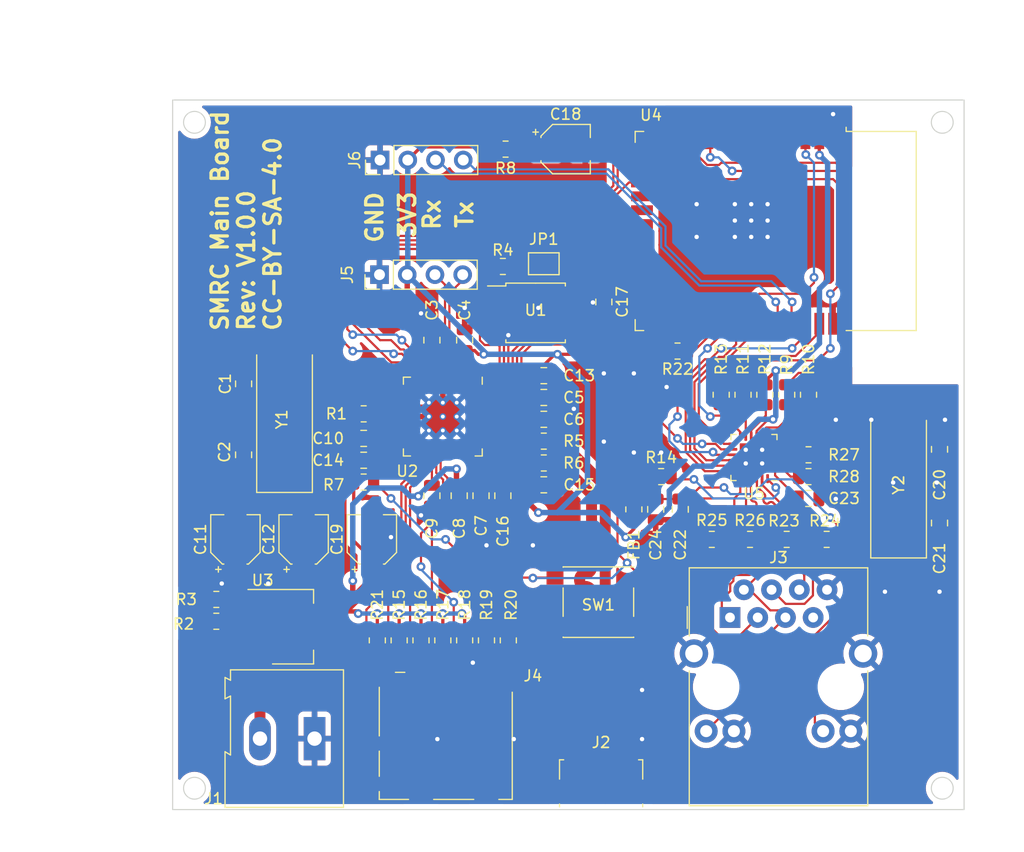
<source format=kicad_pcb>
(kicad_pcb (version 20211014) (generator pcbnew)
  (title_block (title "Main Board") (date "2022-03-19") (rev "V1.0.0") (company "Matthew Nickson") (comment 1 "Licence: CC-BY-SA-4.0"))
  (layers (0 "F.Cu" signal) (31 "B.Cu" signal) (34 "B.Paste" user) (35 "F.Paste" user) (36 "B.SilkS" user "B.Silkscreen") (37 "F.SilkS" user "F.Silkscreen") (38 "B.Mask" user) (39 "F.Mask" user) (44 "Edge.Cuts" user))
  (net 0 "")
  (net 1 "GND")
  (net 2 "Net-(C1-Pad2)")
  (net 3 "Net-(C2-Pad2)")
  (net 4 "+3V3")
  (net 5 "/Power/12V_IN")
  (net 6 "+1V1")
  (net 7 "/~{RST}")
  (net 8 "Net-(C20-Pad1)")
  (net 9 "Net-(C21-Pad1)")
  (net 10 "Net-(C22-Pad1)")
  (net 11 "/USB_D+")
  (net 12 "/USB_D-")
  (net 13 "/Network/LED_SPEED")
  (net 14 "/Network/LED_ACT")
  (net 16 "/Network/RXN")
  (net 17 "/Network/RXP")
  (net 18 "/Network/TXN")
  (net 19 "/Network/TXP")
  (net 20 "Net-(J4-Pad1)")
  (net 21 "Net-(J4-Pad8)")
  (net 22 "/SD_CS")
  (net 23 "/SD_MOSI")
  (net 24 "/SD_CLK")
  (net 25 "/SD_MISO")
  (net 26 "/SD_DET")
  (net 28 "/UART_RX")
  (net 29 "/UART_TX")
  (net 30 "/Network/UART_RX")
  (net 31 "/Network/UART_TX")
  (net 32 "/~{USB_BOOT}")
  (net 33 "Net-(R1-Pad2)")
  (net 34 "Net-(R2-Pad2)")
  (net 35 "/QSPI_SS")
  (net 36 "/Network/RXD0")
  (net 37 "Net-(R9-Pad2)")
  (net 38 "/Network/RXD1")
  (net 39 "Net-(R10-Pad2)")
  (net 40 "/Network/CRS_DV")
  (net 41 "Net-(R11-Pad2)")
  (net 42 "Net-(R12-Pad1)")
  (net 43 "/Network/MDIO")
  (net 44 "Net-(R14-Pad1)")
  (net 45 "/Network/~{PHY_RST}")
  (net 46 "/QSPI_SD1")
  (net 47 "/QSPI_SD2")
  (net 48 "/QSPI_SD0")
  (net 49 "/QSPI_SCLK")
  (net 50 "/QSPI_SD3")
  (net 53 "/NET_MISO")
  (net 54 "/NET_CS")
  (net 55 "/NET_CLK")
  (net 56 "/NET_MOSI")
  (net 66 "Net-(R5-Pad1)")
  (net 67 "Net-(R6-Pad1)")
  (net 89 "/Network/REF_CLK")
  (net 93 "/Network/TXD0")
  (net 95 "/Network/TXEN")
  (net 96 "/Network/TXD1")
  (net 97 "/Network/MDC")
  (net 103 "Net-(R27-Pad1)")
  (net 104 "Net-(U5-Pad2)")
  (footprint "Resistor_SMD:R_0805_2012Metric" (layer "F.Cu") (at 163.25 95.20625 -90)
    (fp_text reference "R11")
    (fp_text value "10R")
  )
  (footprint "Resistor_SMD:R_0805_2012Metric" (layer "F.Cu") (at 129.75 117.70625 -90)
    (fp_text reference "R21")
    (fp_text value "47K")
  )
  (footprint "Resistor_SMD:R_0805_2012Metric" (layer "F.Cu") (at 115 115.95625)
    (fp_text reference "R2")
    (fp_text value "330R")
  )
  (footprint "Connector_USB:USB_Micro-B_Molex_47346-0001" (layer "F.Cu") (at 150.25 130.35625)
    (fp_text reference "J2")
    (fp_text value "USB_B_Micro")
  )
  (footprint "Capacitor_SMD:C_0805_2012Metric" (layer "F.Cu") (at 139.25 104.45625 -90)
    (fp_text reference "C7")
    (fp_text value "100nF")
  )
  (footprint "Resistor_SMD:R_0805_2012Metric" (layer "F.Cu") (at 131.75 117.70625 -90)
    (fp_text reference "R15")
    (fp_text value "47K")
  )
  (footprint "Capacitor_SMD:C_0805_2012Metric" (layer "F.Cu") (at 145 97.45625)
    (fp_text reference "C6")
    (fp_text value "100nF")
  )
  (footprint "Capacitor_SMD:C_0805_2012Metric" (layer "F.Cu") (at 117.5 94.20625 90)
    (fp_text reference "C1")
    (fp_text value "27pF")
  )
  (footprint "Capacitor_SMD:C_0805_2012Metric" (layer "F.Cu") (at 145 93.45625)
    (fp_text reference "C13")
    (fp_text value "100nF")
  )
  (footprint "Connector_PinHeader_2.54mm:PinHeader_1x04_P2.54mm_Vertical" (layer "F.Cu") (at 129.95 84.20625 90)
    (fp_text reference "J5")
    (fp_text value "DNF")
  )
  (footprint "Resistor_SMD:R_0805_2012Metric" (layer "F.Cu") (at 135.75 117.70625 -90)
    (fp_text reference "R17")
    (fp_text value "47K")
  )
  (footprint "Resistor_SMD:R_0805_2012Metric" (layer "F.Cu") (at 137.75 117.70625 -90)
    (fp_text reference "R18")
    (fp_text value "47K")
  )
  (footprint "Crystal:Crystal_SMD_HC49-SD" (layer "F.Cu") (at 177.5 103.45625 90)
    (fp_text reference "Y2")
    (fp_text value "25MHz")
  )
  (footprint "Capacitor_SMD:C_0805_2012Metric" (layer "F.Cu") (at 137.25 104.45625 -90)
    (fp_text reference "C8")
    (fp_text value "100nF")
  )
  (footprint "Resistor_SMD:R_0805_2012Metric" (layer "F.Cu") (at 141.25 83.45625 180)
    (fp_text reference "R4")
    (fp_text value "1K")
  )
  (footprint "Resistor_SMD:R_0805_2012Metric" (layer "F.Cu") (at 167.25 108.45625)
    (fp_text reference "R23")
    (fp_text value "49.9R")
  )
  (footprint "Capacitor_SMD:CP_Elec_4x3" (layer "F.Cu") (at 147 72.70625)
    (fp_text reference "C18")
    (fp_text value "1uF")
  )
  (footprint "Capacitor_SMD:C_0805_2012Metric" (layer "F.Cu") (at 134.75 104.45625 -90)
    (fp_text reference "C9")
    (fp_text value "100nF")
  )
  (footprint "Resistor_SMD:R_0805_2012Metric" (layer "F.Cu") (at 163.89 108.45625 180)
    (fp_text reference "R26")
    (fp_text value "49.9R")
  )
  (footprint "RF_Module:ESP32-WROOM-32" (layer "F.Cu") (at 163.25 80.20625 -90)
    (fp_text reference "U4")
    (fp_text value "ESP32-WROOM-32D")
  )
  (footprint "Resistor_SMD:R_0805_2012Metric" (layer "F.Cu") (at 160.39 108.45625)
    (fp_text reference "R25")
    (fp_text value "49.9R")
  )
  (footprint "TerminalBlock:TerminalBlock_Altech_AK300-2_P5.00mm" (layer "F.Cu") (at 124 126.70625 180)
    (fp_text reference "J1")
    (fp_text value "Screw_Terminal_01x02")
  )
  (footprint "Resistor_SMD:R_0805_2012Metric" (layer "F.Cu") (at 161.25 95.20625 90)
    (fp_text reference "R13")
    (fp_text value "1K5")
  )
  (footprint "Connector_Card:microSD_HC_Molex_104031-0811" (layer "F.Cu") (at 136 126.45625)
    (fp_text reference "J4")
    (fp_text value "Micro_SD_Card_Det")
  )
  (footprint "Capacitor_SMD:C_0805_2012Metric" (layer "F.Cu") (at 145 103.45625)
    (fp_text reference "C15")
    (fp_text value "1uF")
  )
  (footprint "Capacitor_SMD:C_0805_2012Metric" (layer "F.Cu") (at 150.5 86.70625 -90)
    (fp_text reference "C17")
    (fp_text value "100nF")
  )
  (footprint "Resistor_SMD:R_0805_2012Metric" (layer "F.Cu") (at 169.25 95.20625 -90)
    (fp_text reference "R10")
    (fp_text value "10R")
  )
  (footprint "Resistor_SMD:R_0805_2012Metric" (layer "F.Cu") (at 128.5 103.20625)
    (fp_text reference "R7")
    (fp_text value "1K")
  )
  (footprint "Capacitor_SMD:CP_Elec_4x3" (layer "F.Cu") (at 123 108.45625 90)
    (fp_text reference "C12")
    (fp_text value "1uF")
  )
  (footprint "Crystal:Crystal_SMD_HC49-SD" (layer "F.Cu") (at 121.25 97.45625 90)
    (fp_text reference "Y1")
    (fp_text value "ABLS-12.000MHz-B4-T")
  )
  (footprint "Resistor_SMD:R_0805_2012Metric" (layer "F.Cu") (at 153.25 105.70625 90)
    (fp_text reference "FB1")
    (fp_text value "FerriteBead")
  )
  (footprint "Jumper:SolderJumper-2_P1.3mm_Open_Pad1.0x1.5mm" (layer "F.Cu") (at 145 83.20625 180)
    (fp_text reference "JP1")
    (fp_text value "DNF")
  )
  (footprint "Resistor_SMD:R_0805_2012Metric" (layer "F.Cu") (at 170.9125 108.45625 180)
    (fp_text reference "R24")
    (fp_text value "49.9R")
  )
  (footprint "Resistor_SMD:R_0805_2012Metric" (layer "F.Cu") (at 128.5 96.95625)
    (fp_text reference "R1")
    (fp_text value "1K")
  )
  (footprint "Capacitor_SMD:C_0805_2012Metric" (layer "F.Cu") (at 145 95.45625)
    (fp_text reference "C5")
    (fp_text value "100nF")
  )
  (footprint "Resistor_SMD:R_0805_2012Metric" (layer "F.Cu") (at 157.25 91.20625 180)
    (fp_text reference "R22")
    (fp_text value "1K")
  )
  (footprint "Capacitor_SMD:C_0805_2012Metric" (layer "F.Cu") (at 155.25 105.70625 -90)
    (fp_text reference "C24")
    (fp_text value "10nF")
  )
  (footprint "Connector_PinHeader_2.54mm:PinHeader_1x04_P2.54mm_Vertical" (layer "F.Cu") (at 130 73.70625 90)
    (fp_text reference "J6")
    (fp_text value "DNF")
  )
  (footprint "Resistor_SMD:R_0805_2012Metric" (layer "F.Cu") (at 139.75 117.70625 -90)
    (fp_text reference "R19")
    (fp_text value "47K")
  )
  (footprint "Resistor_SMD:R_0805_2012Metric" (layer "F.Cu") (at 145 101.45625)
    (fp_text reference "R6")
    (fp_text value "27R")
  )
  (footprint "Capacitor_SMD:C_0805_2012Metric" (layer "F.Cu") (at 169.25 104.70625)
    (fp_text reference "C23")
    (fp_text value "10nF")
  )
  (footprint "Capacitor_SMD:C_0805_2012Metric" (layer "F.Cu") (at 181.25 106.95625 90)
    (fp_text reference "C21")
    (fp_text value "30pF")
  )
  (footprint "Resistor_SMD:R_0805_2012Metric" (layer "F.Cu") (at 165.25 95.20625 90)
    (fp_text reference "R12")
    (fp_text value "10R")
  )
  (footprint "Capacitor_SMD:C_0805_2012Metric" (layer "F.Cu") (at 128.5 101.20625 180)
    (fp_text reference "C14")
    (fp_text value "100nF")
  )
  (footprint "Resistor_SMD:R_0805_2012Metric" (layer "F.Cu") (at 115 113.95625 180)
    (fp_text reference "R3")
    (fp_text value "560R")
  )
  (footprint "Resistor_SMD:R_0805_2012Metric" (layer "F.Cu") (at 141.5 72.70625)
    (fp_text reference "R8")
    (fp_text value "10K")
  )
  (footprint "Capacitor_SMD:C_0805_2012Metric" (layer "F.Cu") (at 128.5 99.20625 180)
    (fp_text reference "C10")
    (fp_text value "100nF")
  )
  (footprint "Resistor_SMD:R_0805_2012Metric" (layer "F.Cu") (at 169.25 100.70625)
    (fp_text reference "R27")
    (fp_text value "330R")
  )
  (footprint "Resistor_SMD:R_0805_2012Metric" (layer "F.Cu") (at 145 99.45625)
    (fp_text reference "R5")
    (fp_text value "27R")
  )
  (footprint "Capacitor_SMD:C_0805_2012Metric" (layer "F.Cu") (at 181.25 100.20625 -90)
    (fp_text reference "C20")
    (fp_text value "30pF")
  )
  (footprint "Capacitor_SMD:CP_Elec_4x3" (layer "F.Cu") (at 116.75 108.45625 90)
    (fp_text reference "C11")
    (fp_text value "0.1uF")
  )
  (footprint "RP2040_minimal:RP2040-QFN-56" (layer "F.Cu") (at 135.75 97.20625 -90)
    (fp_text reference "U2")
    (fp_text value "RP2040")
  )
  (footprint "Capacitor_SMD:C_0805_2012Metric" (layer "F.Cu") (at 117.5 100.70625 -90)
    (fp_text reference "C2")
    (fp_text value "27pF")
  )
  (footprint "Capacitor_SMD:C_0805_2012Metric" (layer "F.Cu") (at 137.75 90.20625 90)
    (fp_text reference "C4")
    (fp_text value "100nF")
  )
  (footprint "Capacitor_SMD:CP_Elec_4x3" (layer "F.Cu") (at 129.25 108.45625 90)
    (fp_text reference "C19")
    (fp_text value "45uF")
  )
  (footprint "Package_SO:SOIC-8_5.23x5.23mm_P1.27mm" (layer "F.Cu") (at 144.25 87.70625)
    (fp_text reference "U1")
    (fp_text value "W25Q128JVS")
  )
  (footprint "Resistor_SMD:R_0805_2012Metric" (layer "F.Cu") (at 167.25 95.20625 -90)
    (fp_text reference "R9")
    (fp_text value "10R")
  )
  (footprint "Package_DFN_QFN:QFN-24-1EP_4x4mm_P0.5mm_EP2.6x2.6mm" (layer "F.Cu") (at 164.25 100.95625 180)
    (fp_text reference "U5")
    (fp_text value "LAN8720A")
  )
  (footprint "Package_TO_SOT_SMD:SOT-223-3_TabPin2" (layer "F.Cu") (at 122 116.45625)
    (fp_text reference "U3")
    (fp_text value "LM317")
  )
  (footprint "Resistor_SMD:R_0805_2012Metric" (layer "F.Cu") (at 133.75 117.70625 -90)
    (fp_text reference "R16")
    (fp_text value "47K")
  )
  (footprint "Connector_RJ:RJ45_Bel_SI-60062-F" (layer "F.Cu") (at 162.055 115.61125)
    (fp_text reference "J3")
    (fp_text value "RJ45_Bel_SI-60062-F")
  )
  (footprint "Resistor_SMD:R_0805_2012Metric" (layer "F.Cu") (at 169.25 102.70625)
    (fp_text reference "R28")
    (fp_text value "330R")
  )
  (footprint "Resistor_SMD:R_0805_2012Metric" (layer "F.Cu") (at 141.75 117.70625 -90)
    (fp_text reference "R20")
    (fp_text value "47K")
  )
  (footprint "Resistor_SMD:R_0805_2012Metric" (layer "F.Cu") (at 155.75 102.70625 180)
    (fp_text reference "R14")
    (fp_text value "12K1")
  )
  (footprint "Capacitor_SMD:C_0805_2012Metric" (layer "F.Cu") (at 157.5 105.70625 -90)
    (fp_text reference "C22")
    (fp_text value "10nF")
  )
  (footprint "Button_Switch_SMD:SW_Push_1P1T_NO_6x6mm_H9.5mm" (layer "F.Cu") (at 150 114.20625 180)
    (fp_text reference "SW1")
    (fp_text value "SW_Push")
  )
  (footprint "Capacitor_SMD:C_0805_2012Metric" (layer "F.Cu") (at 141.25 104.45625 -90)
    (fp_text reference "C16")
    (fp_text value "1uF")
  )
  (footprint "Capacitor_SMD:C_0805_2012Metric" (layer "F.Cu") (at 134.75 90.20625 90)
    (fp_text reference "C3")
    (fp_text value "100nF")
  )
  (gr_circle (center 113 70.25) (end 114 70.25) (layer "Edge.Cuts") (width 0.1) (fill none))
  (gr_circle (center 181.5 70.25) (end 182.5 70.25) (layer "Edge.Cuts") (width 0.1) (fill none))
  (gr_rect (start 111 133.20625) (end 183.5 68.20625) (layer "Edge.Cuts") (width 0.1) (fill none))
  (gr_circle (center 113 131.25) (end 114 131.25) (layer "Edge.Cuts") (width 0.1) (fill none))
  (gr_circle (center 181.5 131.25) (end 182.5 131.25) (layer "Edge.Cuts") (width 0.1) (fill none))
  (gr_text "Rx" (at 134.75 78.70625 90) (layer "F.SilkS") (effects (font (size 1.5 1.5) (thickness 0.3))))
  (gr_text "SMRC Main Board\nRev: ${REVISION}\nCC-BY-SA-4.0" (at 117.75 89.5 90) (layer "F.SilkS") (effects (font (size 1.5 1.5) (thickness 0.3)) (justify left)))
  (gr_text "Tx" (at 137.75 78.70625 90) (layer "F.SilkS") (effects (font (size 1.5 1.5) (thickness 0.3))))
  (gr_text "GND" (at 129.5 78.95625 90) (layer "F.SilkS") (effects (font (size 1.5 1.5) (thickness 0.3))))
  (gr_text "3V3" (at 132.5 78.70625 90) (layer "F.SilkS") (effects (font (size 1.5 1.5) (thickness 0.3))))
  (segment (start 141.61125 89.61125) (end 141.75 89.75) (width 0.2) (layer "F.Cu") (net 1))
  (segment (start 132.3125 96.20625) (end 134.2 96.20625) (width 0.2) (layer "F.Cu") (net 1))
  (segment (start 140.65 89.61125) (end 141.61125 89.61125) (width 0.2) (layer "F.Cu") (net 1))
  (segment (start 150.40625 87.65625) (end 149.5 86.75) (width 0.2) (layer "F.Cu") (net 1))
  (segment (start 114.0875 113.6625) (end 115.25 112.5) (width 0.2) (layer "F.Cu") (net 1))
  (segment (start 150.5 87.65625) (end 150.40625 87.65625) (width 0.2) (layer "F.Cu") (net 1))
  (segment (start 134.2 96.20625) (end 134.475 95.93125) (width 0.2) (layer "F.Cu") (net 1))
  (segment (start 115.25 112.5) (end 115.5 112.5) (width 0.2) (layer "F.Cu") (net 1))
  (segment (start 114.0875 113.95625) (end 114.0875 113.6625) (width 0.2) (layer "F.Cu") (net 1))
  (segment (start 134.75 105.40625) (end 134.59375 105.40625) (width 0.2) (layer "F.Cu") (net 1))
  (segment (start 134.59375 105.40625) (end 133.75 106.25) (width 0.2) (layer "F.Cu") (net 1))
  (via (at 162.5 77.75) (size 0.8) (drill 0.4) (layers "F.Cu" "B.Cu") (net 1))
  (via (at 153.25 93.25) (size 0.8) (drill 0.4) (layers "F.Cu" "B.Cu") (net 1))
  (via (at 156.25 94.5) (size 0.8) (drill 0.4) (layers "F.Cu" "B.Cu") (net 1))
  (via (at 163.5 100.25) (size 0.8) (drill 0.4) (layers "F.Cu" "B.Cu") (net 1))
  (via (at 171.75 97.5) (size 0.8) (drill 0.4) (layers "F.Cu" "B.Cu") (net 1))
  (via (at 164 79.25) (size 0.8) (drill 0.4) (layers "F.Cu" "B.Cu") (net 1))
  (via (at 165 100.25) (size 0.8) (drill 0.4) (layers "F.Cu" "B.Cu") (net 1))
  (via (at 119.75 112.5) (size 0.8) (drill 0.4) (layers "F.Cu" "B.Cu") (net 1))
  (via (at 159 80.75) (size 0.8) (drill 0.4) (layers "F.Cu" "B.Cu") (net 1))
  (via (at 159 77.75) (size 0.8) (drill 0.4) (layers "F.Cu" "B.Cu") (net 1))
  (via (at 165 101.5) (size 0.8) (drill 0.4) (layers "F.Cu" "B.Cu") (net 1))
  (via (at 138.5 119.75) (size 0.8) (drill 0.4) (layers "F.Cu" "B.Cu") (net 1))
  (via (at 154 126.75) (size 0.8) (drill 0.4) (layers "F.Cu" "B.Cu") (net 1))
  (via (at 144 109) (size 0.8) (drill 0.4) (layers "F.Cu" "B.Cu") (net 1))
  (via (at 150.5 99.5) (size 0.8) (drill 0.4) (layers "F.Cu" "B.Cu") (net 1))
  (via (at 164 80.75) (size 0.8) (drill 0.4) (layers "F.Cu" "B.Cu") (net 1))
  (via (at 181 103.25) (size 0.8) (drill 0.4) (layers "F.Cu" "B.Cu") (net 1))
  (via (at 164 77.75) (size 0.8) (drill 0.4) (layers "F.Cu" "B.Cu") (net 1))
  (via (at 139.75 109) (size 0.8) (drill 0.4) (layers "F.Cu" "B.Cu") (net 1))
  (via (at 115.5 112.5) (size 0.8) (drill 0.4) (layers "F.Cu" "B.Cu") (net 1))
  (via (at 141.75 89.75) (size 0.8) (drill 0.4) (layers "F.Cu" "B.Cu") (net 1))
  (via (at 163.5 101.5) (size 0.8) (drill 0.4) (layers "F.Cu" "B.Cu") (net 1))
  (via (at 135.25 126.75) (size 0.8) (drill 0.4) (layers "F.Cu" "B.Cu") (net 1))
  (via (at 150.5 93.25) (size 0.8) (drill 0.4) (layers "F.Cu" "B.Cu") (net 1))
  (via (at 176.25 113.25) (size 0.8) (drill 0.4) (layers "F.Cu" "B.Cu") (net 1))
  (via (at 133.75 106.25) (size 0.8) (drill 0.4) (layers "F.Cu" "B.Cu") (net 1))
  (via (at 165.5 77.75) (size 0.8) (drill 0.4) (layers "F.Cu" "B.Cu") (net 1))
  (via (at 171.75 104.75) (size 0.8) (drill 0.4) (layers "F.Cu" "B.Cu") (net 1))
  (via (at 181.75 97.5) (size 0.8) (drill 0.4) (layers "F.Cu" "B.Cu") (net 1))
  (via (at 133.75 87.75) (size 0.8) (drill 0.4) (layers "F.Cu" "B.Cu") (net 1))
  (via (at 155.75 100.5) (size 0.8) (drill 0.4) (layers "F.Cu" "B.Cu") (net 1))
  (via (at 147.75 96.5) (size 0.8) (drill 0.4) (layers "F.Cu" "B.Cu") (net 1))
  (via (at 175 97.5) (size 0.8) (drill 0.4) (layers "F.Cu" "B.Cu") (net 1))
  (via (at 162.5 80.75) (size 0.8) (drill 0.4) (layers "F.Cu" "B.Cu") (net 1))
  (via (at 165.5 80.75) (size 0.8) (drill 0.4) (layers "F.Cu" "B.Cu") (net 1))
  (via (at 177 103.25) (size 0.8) (drill 0.4) (layers "F.Cu" "B.Cu") (net 1))
  (via (at 181.25 113.25) (size 0.8) (drill 0.4) (layers "F.Cu" "B.Cu") (net 1))
  (via (at 171.5 69.5) (size 0.8) (drill 0.4) (layers "F.Cu" "B.Cu") (net 1))
  (via (at 137.75 87.25) (size 0.8) (drill 0.4) (layers "F.Cu" "B.Cu") (net 1))
  (via (at 149.5 86.75) (size 0.8) (drill 0.4) (layers "F.Cu" "B.Cu") (net 1))
  (via (at 144.5 87.25) (size 0.8) (drill 0.4) (layers "F.Cu" "B.Cu") (net 1))
  (via (at 154 122.25) (size 0.8) (drill 0.4) (layers "F.Cu" "B.Cu") (net 1))
  (via (at 162.5 79.25) (size 0.8) (drill 0.4) (layers "F.Cu" "B.Cu") (net 1))
  (via (at 165.5 79.25) (size 0.8) (drill 0.4) (layers "F.Cu" "B.Cu") (net 1))
  (via (at 153.25 100.5) (size 0.8) (drill 0.4) (layers "F.Cu" "B.Cu") (net 1))
  (via (at 142.25 126.75) (size 0.8) (drill 0.4) (layers "F.Cu" "B.Cu") (net 1))
  (via (at 131 108.25) (size 0.8) (drill 0.4) (layers "F.Cu" "B.Cu") (net 1))
  (segment (start 124 95.95625) (end 130.984994 95.95625) (width 0.2) (layer "F.Cu") (net 2))
  (segment (start 117.55 93.20625) (end 121.25 93.20625) (width 0.2) (layer "F.Cu") (net 2))
  (segment (start 130.984994 95.95625) (end 131.634994 96.60625) (width 0.2) (layer "F.Cu") (net 2))
  (segment (start 121.25 93.20625) (end 124 95.95625) (width 0.2) (layer "F.Cu") (net 2))
  (segment (start 131.634994 96.60625) (end 132.3125 96.60625) (width 0.2) (layer "F.Cu") (net 2))
  (segment (start 117.5 93.25625) (end 117.55 93.20625) (width 0.2) (layer "F.Cu") (net 2))
  (segment (start 117.5 101.65625) (end 117.55 101.70625) (width 0.2) (layer "F.Cu") (net 3))
  (segment (start 122.8375 101.70625) (end 127.5875 96.95625) (width 0.2) (layer "F.Cu") (net 3))
  (segment (start 117.55 101.70625) (end 121.25 101.70625) (width 0.2) (layer "F.Cu") (net 3))
  (segment (start 121.25 101.70625) (end 122.8375 101.70625) (width 0.2) (layer "F.Cu") (net 3))
  (segment (start 129.29375 99.20625) (end 129.45 99.20625) (width 0.3) (layer "F.Cu") (net 4))
  (segment (start 117.54375 116.45625) (end 116.5 117.5) (width 1) (layer "F.Cu") (net 4))
  (segment (start 142.3 97.40625) (end 144.05 95.65625) (width 0.2) (layer "F.Cu") (net 4))
  (segment (start 127.5 112.25) (end 127.5 113.75) (width 0.5) (layer "F.Cu") (net 4))
  (segment (start 150.5 89.5) (end 150.5 91) (width 0.3) (layer "F.Cu") (net 4))
  (segment (start 138.35 91.75625) (end 137.75 91.15625) (width 0.2) (layer "F.Cu") (net 4))
  (segment (start 139.1875 97.40625) (end 142.3 97.40625) (width 0.2) (layer "F.Cu") (net 4))
  (segment (start 139 91.5) (end 139.5 91.5) (width 0.3) (layer "F.Cu") (net 4))
  (segment (start 128.5 102.29375) (end 128.5 100) (width 0.3) (layer "F.Cu") (net 4))
  (segment (start 118.85 116.45625) (end 117.54375 116.45625) (width 1) (layer "F.Cu") (net 4))
  (segment (start 127.5875 108.59375) (end 129.25 110.25625) (width 0.3) (layer "F.Cu") (net 4))
  (segment (start 137.75 91.15625) (end 138.65625 91.15625) (width 0.3) (layer "F.Cu") (net 4))
  (segment (start 115 117.5) (end 114.0875 116.5875) (width 1) (layer "F.Cu") (net 4))
  (segment (start 133.739511 72.506739) (end 132.54 73.70625) (width 0.3) (layer "F.Cu") (net 4))
  (segment (start 145 92.5) (end 146 91.5) (width 0.3) (layer "F.Cu") (net 4))
  (segment (start 138.35 102.40625) (end 138.35 100.64375) (width 0.2) (layer "F.Cu") (net 4))
  (segment (start 139.25 103.50625) (end 139.25 99.86875) (width 0.2) (layer "F.Cu") (net 4))
  (segment (start 128 115.25) (end 127.803125 115.053125) (width 0.4) (layer "F.Cu") (net 4))
  (segment (start 137 103.25625) (end 137.25 103.50625) (width 0.5) (layer "F.Cu") (net 4))
  (segment (start 144.05 95.45625) (end 145 94.50625) (width 0.3) (layer "F.Cu") (net 4))
  (segment (start 162.20625 95.25) (end 161.25 94.29375) (width 0.3) (layer "F.Cu") (net 4))
  (segment (start 135.75 116.79375) (end 135.75 115.25) (width 0.3) (layer "F.Cu") (net 4))
  (segment (start 114.0875 116.5875) (end 114.0875 115.95625) (width 1) (layer "F.Cu") (net 4))
  (segment (start 129.25 110.25625) (end 129.25 112.35625) (width 1) (layer "F.Cu") (net 4))
  (segment (start 143.7 97.80625) (end 144.05 97.45625) (width 0.2) (layer "F.Cu") (net 4))
  (segment (start 138.35 93.76875) (end 138.35 91.75625) (width 0.2) (layer "F.Cu") (net 4))
  (segment (start 144.05 95.65625) (end 144.05 95.45625) (width 0.2) (layer "F.Cu") (net 4))
  (segment (start 151.75 88.25) (end 150.5 89.5) (width 0.3) (layer "F.Cu") (net 4))
  (segment (start 131.25 97.40625) (end 132.3125 97.40625) (width 0.2) (layer "F.Cu") (net 4))
  (segment (start 140.5875 72.70625) (end 140.387989 72.506739) (width 0.3) (layer "F.Cu") (net 4))
  (segment (start 138.65625 91.15625) (end 139 91.5) (width 0.3) (layer "F.Cu") (net 4))
  (segment (start 141.25 103.50625) (end 141.25 100.70625) (width 0.2) (layer "F.Cu") (net 4))
  (segment (start 164.5 99.01875) (end 164.5 98.529271) (width 0.2) (layer "F.Cu") (net 4))
  (segment (start 141.25 103.50625) (end 142.00625 103.50625) (width 0.5) (layer "F.Cu") (net 4))
  (segment (start 164.29375 95.25) (end 162.20625 95.25) (width 0.3) (layer "F.Cu") (net 4))
  (segment (start 150.5 85.75625) (end 150.75625 85.75625) (width 0.3) (layer "F.Cu") (net 4))
  (segment (start 136.75 119.108388) (end 136.75 117.848394) (width 0.2) (layer "F.Cu") (net 4))
  (segment (start 141.25 100.70625) (end 139.95 99.40625) (width 0.2) (layer "F.Cu") (net 4))
  (segment (start 136.75 117.848394) (end 135.75 116.848394) (width 0.2) (layer "F.Cu") (net 4))
  (segment (start 145 94.50625) (end 145 92.5) (width 0.3) (layer "F.Cu") (net 4))
  (segment (start 132.49 84.20625) (end 132.49 88.71052) (width 0.5) (layer "F.Cu") (net 4))
  (segment (start 144.05 95.45625) (end 144.05 97.45625) (width 0.3) (layer "F.Cu") (net 4))
  (segment (start 153.25 106.61875) (end 153.25 107.5) (width 0.3) (layer "F.Cu") (net 4))
  (segment (start 151.75 86.75) (end 151.75 88.25) (width 0.3) (layer "F.Cu") (net 4))
  (segment (start 116.5 117.5) (end 115 117.5) (width 1) (layer "F.Cu") (net 4))
  (segment (start 140.387989 72.506739) (end 133.739511 72.506739) (width 0.3) (layer "F.Cu") (net 4))
  (segment (start 139.1875 97.80625) (end 143.7 97.80625) (width 0.2) (layer "F.Cu") (net 4))
  (segment (start 165.25 94.29375) (end 165.25 94) (width 0.3) (layer "F.Cu") (net 4))
  (segment (start 165.573021 97.45625) (end 166 97.45625) (width 0.2) (layer "F.Cu") (net 4))
  (segment (start 129.75 116.79375) (end 129.75 115.25) (width 0.3) (layer "F.Cu") (net 4))
  (segment (start 147.85 85.80125) (end 150.455 85.80125) (width 0.2) (layer "F.Cu") (net 4))
  (segment (start 142.00625 103.50625) (end 144.5 106) (width 0.5) (layer "F.Cu") (net 4))
  (segment (start 125.15 116.45625) (end 118.85 116.45625) (width 1) (layer "F.Cu") (net 4))
  (segment (start 127.5875 103.20625) (end 127.5875 108.59375) (width 0.3) (layer "F.Cu") (net 4))
  (segment (start 129.25 112.35625) (end 127.678125 113.928125) (width 1) (layer "F.Cu") (net 4))
  (segment (start 134.75 90.97052) (end 134.75 91.15625) (width 0.5) (layer "F.Cu") (net 4))
  (segment (start 132.49 88.71052) (end 134.75 90.97052) (width 0.5) (layer "F.Cu") (net 4))
  (segment (start 139.95 99.40625) (end 139.1875 99.40625) (width 0.2) (layer "F.Cu") (net 4))
  (segment (start 123 110.25625) (end 123 114.30625) (width 1) (layer "F.Cu") (net 4))
  (segment (start 137 102) (end 137 103.25625) (width 0.5) (layer "F.Cu") (net 4))
  (segment (start 127.803125 115.053125) (end 126.553125 115.053125) (width 0.4) (layer "F.Cu") (net 4))
  (segment (start 134.75 91.15625) (end 134.75 93.76875) (width 0.2) (layer "F.Cu") (net 4))
  (segment (start 127.678125 113.928125) (end 126.553125 115.053125) (width 1) (layer "F.Cu") (net 4))
  (segment (start 153.25 107.5) (end 152.5 108.25) (width 0.3) (layer "F.Cu") (net 4))
  (segment (start 137.75 116.79375) (end 137.75 115.5) (width 0.3) (layer "F.Cu") (net 4))
  (segment (start 150.5 91) (end 150 91.5) (width 0.3) (layer "F.Cu") (net 4))
  (segment (start 146 91.5) (end 146.25 91.5) (width 0.3) (layer "F.Cu") (net 4))
  (segment (start 134.75 103.50625) (end 134.75 100.64375) (width 0.2) (layer "F.Cu") (net 4))
  (segment (start 137.25 103.50625) (end 138.35 102.40625) (width 0.2) (layer "F.Cu") (net 4))
  (segment (start 126.553125 115.053125) (end 125.15 116.45625) (width 1) (layer "F.Cu") (net 4))
  (segment (start 150.75625 85.75625) (end 151.75 86.75) (width 0.3) (layer "F.Cu") (net 4))
  (segment (start 150 91.5) (end 146.25 91.5) (width 0.3) (layer "F.Cu") (net 4))
  (segment (start 137.75 115.5) (end 137.5 115.25) (width 0.3) (layer "F.Cu") (net 4))
  (segment (start 165.25 94.29375) (end 164.29375 95.25) (width 0.3) (layer "F.Cu") (net 4))
  (segment (start 136.195 119.663388) (end 136.75 119.108388) (width 0.2) (layer "F.Cu") (net 4))
  (segment (start 135.75 116.848394) (end 135.75 116.79375) (width 0.2) (layer "F.Cu") (net 4))
  (segment (start 123 114.30625) (end 125.15 116.45625) (width 1) (layer "F.Cu") (net 4))
  (segment (start 165.25 94) (end 166.25 93) (width 0.3) (layer "F.Cu") (net 4))
  (segment (start 133.75 116.79375) (end 133.75 115.25) (width 0.3) (layer "F.Cu") (net 4))
  (segment (start 141.75 116.79375) (end 137.75 116.79375) (width 0.3) (layer "F.Cu") (net 4))
  (segment (start 134.49375 103.50625) (end 133.5 104.5) (width 0.3) (layer "F.Cu") (net 4))
  (segment (start 137.25 103.50625) (end 141.25 103.50625) (width 0.5) (layer "F.Cu") (net 4))
  (segment (start 131.75 116.79375) (end 131.75 115.25) (width 0.3) (layer "F.Cu") (net 4))
  (segment (start 164.5 98.529271) (end 165.573021 97.45625) (width 0.2) (layer "F.Cu") (net 4))
  (segment (start 128.5 100) (end 129.29375 99.20625) (width 0.3) (layer "F.Cu") (net 4))
  (segment (start 139.25 99.86875) (end 139.1875 99.80625) (width 0.2) (layer "F.Cu") (net 4))
  (segment (start 170.235 71.70625) (end 170.235 73.235) (width 0.3) (layer "F.Cu") (net 4))
  (segment (start 150.455 85.80125) (end 150.5 85.75625) (width 0.2) (layer "F.Cu") (net 4))
  (segment (start 170.235 73.235) (end 170.25 73.25) (width 0.3) (layer "F.Cu") (net 4))
  (segment (start 136.195 121.00625) (end 136.195 119.663388) (width 0.2) (layer "F.Cu") (net 4))
  (segment (start 134.75 103.50625) (end 134.49375 103.50625) (width 0.3) (layer "F.Cu") (net 4))
  (segment (start 127.5875 103.20625) (end 128.5 102.29375) (width 0.3) (layer "F.Cu") (net 4))
  (segment (start 127.5 113.75) (end 127.678125 113.928125) (width 0.3) (layer "F.Cu") (net 4))
  (segment (start 129.45 99.20625) (end 131.25 97.40625) (width 0.2) (layer "F.Cu") (net 4))
  (via (at 166 97.45625) (size 0.8) (drill 0.4) (layers "F.Cu" "B.Cu") (net 4))
  (via (at 135.75 115.25) (size 0.8) (drill 0.4) (layers "F.Cu" "B.Cu") (net 4))
  (via (at 131.75 115.25) (size 0.8) (drill 0.4) (layers "F.Cu" "B.Cu") (net 4))
  (via (at 133.75 115.25) (size 0.8) (drill 0.4) (layers "F.Cu" "B.Cu") (net 4))
  (via (at 127.5 112.25) (size 0.8) (drill 0.4) (layers "F.Cu" "B.Cu") (net 4))
  (via (at 128 115.25) (size 0.8) (drill 0.4) (layers "F.Cu" "B.Cu") (net 4))
  (via (at 170.25 73.25) (size 0.8) (drill 0.4) (layers "F.Cu" "B.Cu") (net 4))
  (via (at 133.5 104.5) (size 0.8) (drill 0.4) (layers "F.Cu" "B.Cu") (net 4))
  (via (at 137 102) (size 0.8) (drill 0.4) (layers "F.Cu" "B.Cu") (net 4))
  (via (at 144.5 106) (size 0.8) (drill 0.4) (layers "F.Cu" "B.Cu") (net 4))
  (via (at 139.5 91.5) (size 0.8) (drill 0.4) (layers "F.Cu" "B.Cu") (net 4))
  (via (at 166.25 93) (size 0.8) (drill 0.4) (layers "F.Cu" "B.Cu") (net 4))
  (via (at 152.5 108.25) (size 0.8) (drill 0.4) (layers "F.Cu" "B.Cu") (net 4))
  (via (at 129.75 115.25) (size 0.8) (drill 0.4) (layers "F.Cu" "B.Cu") (net 4))
  (via (at 146.25 91.5) (size 0.8) (drill 0.4) (layers "F.Cu" "B.Cu") (net 4))
  (via (at 137.5 115.25) (size 0.8) (drill 0.4) (layers "F.Cu" "B.Cu") (net 4))
  (segment (start 149 103.25) (end 146.25 106) (width 0.5) (layer "B.Cu") (net 4))
  (segment (start 152.5 108.25) (end 153.75 108.25) (width 0.5) (layer "B.Cu") (net 4))
  (segment (start 144.5 106) (end 146.25 106) (width 0.5) (layer "B.Cu") (net 4))
  (segment (start 136 102) (end 137 102) (width 0.5) (layer "B.Cu") (net 4))
  (segment (start 153.75 108.25) (end 156.5 105.5) (width 0.5) (layer "B.Cu") (net 4))
  (segment (start 139.78375 91.5) (end 146.25 91.5) (width 0.5) (layer "B.Cu") (net 4))
  (segment (start 132.75 104.5) (end 132 103.75) (width 0.5) (layer "B.Cu") (net 4))
  (segment (start 170.25 85.5) (end 171 84.75) (width 0.5) (layer "B.Cu") (net 4))
  (segment (start 150.25 106) (end 152.5 108.25) (width 0.5) (layer "B.Cu") (net 4))
  (segment (start 156.5 105.5) (end 156.5 104.004859) (width 0.5) (layer "B.Cu") (net 4))
  (segment (start 170.25 90.5) (end 170.25 85.5) (width 0.5) (layer "B.Cu") (net 4))
  (segment (start 158.754859 101.75) (end 160.407641 101.75) (width 0.5) (layer "B.Cu") (net 4))
  (segment (start 127.5 105.25) (end 127.5 112.25) (width 0.5) (layer "B.Cu") (net 4))
  (segment (start 146.25 106) (end 150.25 106) (width 0.5) (layer "B.Cu") (net 4))
  (segment (start 171 84.75) (end 171 74) (width 0.5) (layer "B.Cu") (net 4))
  (segment (start 132.54 84.15625) (end 132.49 84.20625) (width 0.5) (layer "B.Cu") (net 4))
  (segment (start 132.49 84.20625) (end 139.78375 91.5) (width 0.5) (layer "B.Cu") (net 4))
  (segment (start 146.25 91.5) (end 149 94.25) (width 0.5) (layer "B.Cu") (net 4))
  (segment (start 139.78375 91.5) (end 139.5 91.5) (width 0.3) (layer "B.Cu") (net 4))
  (segment (start 133.5 104.5) (end 136 102) (width 0.5) (layer "B.Cu") (net 4))
  (segment (start 166.25 97.20625) (end 166.25 93) (width 0.5) (layer "B.Cu") (net 4))
  (segment (start 166 97.45625) (end 166.25 97.20625) (width 0.3) (layer "B.Cu") (net 4))
  (segment (start 137.5 115.25) (end 129.75 115.25) (width 0.4) (layer "B.Cu") (net 4))
  (segment (start 149 94.25) (end 149 103.25) (width 0.5) (layer "B.Cu") (net 4))
  (segment (start 171 74) (end 170.25 73.25) (width 0.5) (layer "B.Cu") (net 4))
  (segment (start 129 103.75) (end 127.5 105.25) (width 0.5) (layer "B.Cu") (net 4))
  (segment (start 129.75 115.25) (end 128 115.25) (width 0.4) (layer "B.Cu") (net 4))
  (segment (start 132.54 73.70625) (end 132.54 84.15625) (width 0.5) (layer "B.Cu") (net 4))
  (segment (start 156.5 104.004859) (end 158.754859 101.75) (width 0.5) (layer "B.Cu") (net 4))
  (segment (start 160.407641 101.75) (end 164.701391 97.45625) (width 0.5) (layer "B.Cu") (net 4))
  (segment (start 133.5 104.5) (end 132.75 104.5) (width 0.5) (layer "B.Cu") (net 4))
  (segment (start 167.75 93) (end 170.25 90.5) (width 0.5) (layer "B.Cu") (net 4))
  (segment (start 166.25 93) (end 167.75 93) (width 0.5) (layer "B.Cu") (net 4))
  (segment (start 164.701391 97.45625) (end 166 97.45625) (width 0.5) (layer "B.Cu") (net 4))
  (segment (start 132 103.75) (end 129 103.75) (width 0.5) (layer "B.Cu") (net 4))
  (segment (start 112.5 113.488426) (end 115.732176 110.25625) (width 1) (layer "F.Cu") (net 5))
  (segment (start 119 126.70625) (end 119 118.90625) (width 1) (layer "F.Cu") (net 5))
  (segment (start 115.732176 110.25625) (end 116.75 110.25625) (width 1) (layer "F.Cu") (net 5))
  (segment (start 114.3 118.75625) (end 112.5 116.95625) (width 1) (layer "F.Cu") (net 5))
  (segment (start 119 118.90625) (end 118.85 118.75625) (width 1) (layer "F.Cu") (net 5))
  (segment (start 112.5 116.95625) (end 112.5 113.488426) (width 1) (layer "F.Cu") (net 5))
  (segment (start 118.85 118.75625) (end 114.3 118.75625) (width 1) (layer "F.Cu") (net 5))
  (segment (start 130.257503 98.963753) (end 131.415486 97.80577) (width 0.2) (layer "F.Cu") (net 6))
  (segment (start 139.1875 99.00625) (end 138.49375 99.00625) (width 0.2) (layer "F.Cu") (net 6))
  (segment (start 144.05 93.954112) (end 144.05 93.45625) (width 0.2) (layer "F.Cu") (net 6))
  (segment (start 138.25 97.411955) (end 138.25 99.25) (width 0.2) (layer "F.Cu") (net 6))
  (segment (start 133.5 99.75) (end 133.04952 99.29952) (width 0.2) (layer "F.Cu") (net 6))
  (segment (start 132.844295 97.80625) (end 132.3125 97.80625) (width 0.2) (layer "F.Cu") (net 6))
  (segment (start 139.1875 99.00625) (end 140.115006 99.00625) (width 0.2) (layer "F.Cu") (net 6))
  (segment (start 142.134994 97.00625) (end 143.217497 95.923747) (width 0.2) (layer "F.Cu") (net 6))
  (segment (start 138.25 99.25) (end 138.25 99.5) (width 0.2) (layer "F.Cu") (net 6))
  (segment (start 138.49375 99.00625) (end 138.25 99.25) (width 0.2) (layer "F.Cu") (net 6))
  (segment (start 143.217497 95.923747) (end 143.217497 94.786615) (width 0.2) (layer "F.Cu") (net 6))
  (segment (start 130.257503 100.398747) (end 130.257503 98.963753) (width 0.2) (layer "F.Cu") (net 6))
  (segment (start 133.04952 99.29952) (end 133.04952 98.011475) (width 0.2) (layer "F.Cu") (net 6))
  (segment (start 129.45 101.20625) (end 130.257503 100.398747) (width 0.2) (layer "F.Cu") (net 6))
  (segment (start 139.1875 97.00625) (end 138.655705 97.00625) (width 0.2) (layer "F.Cu") (net 6))
  (segment (start 139.1875 97.00625) (end 142.134994 97.00625) (width 0.2) (layer "F.Cu") (net 6))
  (segment (start 133.04952 98.011475) (end 132.844295 97.80625) (width 0.2) (layer "F.Cu") (net 6))
  (segment (start 138 99.75) (end 133.5 99.75) (width 0.2) (layer "F.Cu") (net 6))
  (segment (start 143.217497 94.786615) (end 144.05 93.954112) (width 0.2) (layer "F.Cu") (net 6))
  (segment (start 144.05 102.941244) (end 144.05 103.45625) (width 0.2) (layer "F.Cu") (net 6))
  (segment (start 138.25 99.5) (end 138 99.75) (width 0.2) (layer "F.Cu") (net 6))
  (segment (start 140.115006 99.00625) (end 144.05 102.941244) (width 0.2) (layer "F.Cu") (net 6))
  (segment (start 138.655705 97.00625) (end 138.25 97.411955) (width 0.2) (layer "F.Cu") (net 6))
  (segment (start 131.415486 97.80577) (end 132.31202 97.80577) (width 0.2) (layer "F.Cu") (net 6))
  (segment (start 145.2 72.70625) (end 142.4125 72.70625) (width 0.2) (layer "F.Cu") (net 7))
  (segment (start 129.5 103.20625) (end 131 104.70625) (width 0.2) (layer "F.Cu") (net 7))
  (segment (start 146.025 111.95625) (end 139.5 111.95625) (width 0.2) (layer "F.Cu") (net 7))
  (segment (start 168.965 71.70625) (end 168.965 73.17125) (width 0.2) (layer "F.Cu") (net 7))
  (segment (start 168.75 85.95625) (end 169.75 84.95625) (width 0.2) (layer "F.Cu") (net 7))
  (segment (start 148.999039 68.907211) (end 155.230967 68.907211) (width 0.2) (layer "F.Cu") (net 7))
  (segment (start 168.965 70.67125) (end 168.965 71.70625) (width 0.2) (layer "F.Cu") (net 7))
  (segment (start 130.75 99.70625) (end 131.45 99.00625) (width 0.2) (layer "F.Cu") (net 7))
  (segment (start 155.230967 68.907211) (end 156.530006 70.20625) (width 0.2) (layer "F.Cu") (net 7))
  (segment (start 153.75 86.95625) (end 163.75 86.95625) (width 0.2) (layer "F.Cu") (net 7))
  (segment (start 129.4125 103.20625) (end 130.75 101.86875) (width 0.2) (layer "F.Cu") (net 7))
  (segment (start 130.75 101.86875) (end 130.75 99.70625) (width 0.2) (layer "F.Cu") (net 7))
  (segment (start 168.965 73.17125) (end 169 73.20625) (width 0.2) (layer "F.Cu") (net 7))
  (segment (start 151.75 88.95625) (end 153.75 86.95625) (width 0.2) (layer "F.Cu") (net 7))
  (segment (start 168.5 70.20625) (end 168.965 70.67125) (width 0.2) (layer "F.Cu") (net 7))
  (segment (start 129.4125 103.20625) (end 129.5 103.20625) (width 0.2) (layer "F.Cu") (net 7))
  (segment (start 156.530006 70.20625) (end 168.5 70.20625) (width 0.2) (layer "F.Cu") (net 7))
  (segment (start 152.634375 110.615625) (end 151.75 109.73125) (width 0.2) (layer "F.Cu") (net 7))
  (segment (start 169.75 84.95625) (end 169.75 84.45625) (width 0.2) (layer "F.Cu") (net 7))
  (segment (start 145.2 72.70625) (end 148.999039 68.907211) (width 0.2) (layer "F.Cu") (net 7))
  (segment (start 164.75 85.95625) (end 168.75 85.95625) (width 0.2) (layer "F.Cu") (net 7))
  (segment (start 151.75 109.73125) (end 151.75 88.95625) (width 0.2) (layer "F.Cu") (net 7))
  (segment (start 139.5 111.95625) (end 136 108.45625) (width 0.2) (layer "F.Cu") (net 7))
  (segment (start 153.975 111.95625) (end 152.634375 110.615625) (width 0.2) (layer "F.Cu") (net 7))
  (segment (start 131.45 99.00625) (end 132.3125 99.00625) (width 0.2) (layer "F.Cu") (net 7))
  (segment (start 163.75 86.95625) (end 164.75 85.95625) (width 0.2) (layer "F.Cu") (net 7))
  (via (at 144 112) (size 0.8) (drill 0.4) (layers "F.Cu" "B.Cu") (net 7))
  (via (at 152.634375 110.615625) (size 0.8) (drill 0.4) (layers "F.Cu" "B.Cu") (net 7))
  (via (at 169 73.20625) (size 0.8) (drill 0.4) (layers "F.Cu" "B.Cu") (net 7))
  (via (at 136 108.45625) (size 0.8) (drill 0.4) (layers "F.Cu" "B.Cu") (net 7))
  (via (at 131 104.70625) (size 0.8) (drill 0.4) (layers "F.Cu" "B.Cu") (net 7))
  (via (at 169.75 84.45625) (size 0.8) (drill 0.4) (layers "F.Cu" "B.Cu") (net 7))
  (segment (start 151.25 112) (end 152.634375 110.615625) (width 0.2) (layer "B.Cu") (net 7))
  (segment (start 134.75 108.45625) (end 136 108.45625) (width 0.2) (layer "B.Cu") (net 7))
  (segment (start 131 104.70625) (end 134.75 108.45625) (width 0.2) (layer "B.Cu") (net 7))
  (segment (start 169 73.20625) (end 169.75 73.95625) (width 0.2) (layer "B.Cu") (net 7))
  (segment (start 169.75 73.95625) (end 169.75 84.45625) (width 0.2) (layer "B.Cu") (net 7))
  (segment (start 144 112) (end 151.25 112) (width 0.2) (layer "B.Cu") (net 7))
  (segment (start 166.782856 100.20625) (end 166.1875 100.20625) (width 0.2) (layer "F.Cu") (net 8))
  (segment (start 167.782856 99.20625) (end 166.782856 100.20625) (width 0.2) (layer "F.Cu") (net 8))
  (segment (start 181.25 99.25625) (end 181.2 99.20625) (width 0.2) (layer "F.Cu") (net 8))
  (segment (start 181.2 99.20625) (end 177.5 99.20625) (width 0.2) (layer "F.Cu") (net 8))
  (segment (start 177.5 99.20625) (end 167.782856 99.20625) (width 0.2) (layer "F.Cu") (net 8))
  (segment (start 167.847862 99.70625) (end 166.847862 100.70625) (width 0.2) (layer "F.Cu") (net 9))
  (segment (start 177.5 106.20625) (end 171 99.70625) (width 0.2) (layer "F.Cu") (net 9))
  (segment (start 181.25 107.90625) (end 181.05 107.70625) (width 0.2) (layer "F.Cu") (net 9))
  (segment (start 177.5 107.70625) (end 177.5 106.20625) (width 0.2) (layer "F.Cu") (net 9))
  (segment (start 171 99.70625) (end 167.847862 99.70625) (width 0.2) (layer "F.Cu") (net 9))
  (segment (start 181.05 107.70625) (end 177.5 107.70625) (width 0.2) (layer "F.Cu") (net 9))
  (segment (start 166.847862 100.70625) (end 166.1875 100.70625) (width 0.2) (layer "F.Cu") (net 9))
  (segment (start 168.3 104.93125) (end 171.825 108.45625) (width 0.2) (layer "F.Cu") (net 10))
  (segment (start 163.865 113.07125) (end 165.75 114.95625) (width 0.2) (layer "F.Cu") (net 10))
  (segment (start 164.8025 108.45625) (end 166.3375 108.45625) (width 0.2) (layer "F.Cu") (net 10))
  (segment (start 162.45 105.819112) (end 162.45 104.70625) (width 0.2) (layer "F.Cu") (net 10))
  (segment (start 153.25 104.79375) (end 155.2125 104.79375) (width 0.2) (layer "F.Cu") (net 10))
  (segment (start 166.1875 102.59375) (end 166.1875 102.20625) (width 0.2) (layer "F.Cu") (net 10))
  (segment (start 159.4775 108.45625) (end 159.812862 108.45625) (width 0.2) (layer "F.Cu") (net 10))
  (segment (start 160 117.20625) (end 161 118.20625) (width 0.2) (layer "F.Cu") (net 10))
  (segment (start 161 118.20625) (end 164.54 118.20625) (width 0.2) (layer "F.Cu") (net 10))
  (segment (start 164.54 118.20625) (end 167.135 115.61125) (width 0.2) (layer "F.Cu") (net 10))
  (segment (start 155.25 104.75625) (end 157.5 104.75625) (width 0.2) (layer "F.Cu") (net 10))
  (segment (start 164.8025 111.59375) (end 164.8025 108.45625) (width 0.2) (layer "F.Cu") (net 10))
  (segment (start 158.2 104.75625) (end 159.25 103.70625) (width 0.2) (layer "F.Cu") (net 10))
  (segment (start 163 104.15625) (end 163 102.89375) (width 0.2) (layer "F.Cu") (net 10))
  (segment (start 159.25 103.70625) (end 161.5 103.70625) (width 0.2) (layer "F.Cu") (net 10))
  (segment (start 168.3 104.70625) (end 168.3 104.93125) (width 0.2) (layer "F.Cu") (net 10))
  (segment (start 171.825 107.03125) (end 171.25 106.45625) (width 0.2) (layer "F.Cu") (net 10))
  (segment (start 163.325 113.07125) (end 163.865 113.07125) (width 0.2) (layer "F.Cu") (net 10))
  (segment (start 160 108.97875) (end 160 117.20625) (width 0.2) (layer "F.Cu") (net 10))
  (segment (start 159.812862 108.45625) (end 162.45 105.819112) (width 0.2) (layer "F.Cu") (net 10))
  (segment (start 155.2125 104.79375) (end 155.25 104.75625) (width 0.2) (layer "F.Cu") (net 10))
  (segment (start 166.48 114.95625) (end 167.135 115.61125) (width 0.2) (layer "F.Cu") (net 10))
  (segment (start 168.3 104.70625) (end 166.1875 102.59375) (width 0.2) (layer "F.Cu") (net 10))
  (segment (start 171.825 108.45625) (end 171.825 107.03125) (width 0.2) (layer "F.Cu") (net 10))
  (segment (start 157.5 104.75625) (end 158.2 104.75625) (width 0.2) (layer "F.Cu") (net 10))
  (segment (start 159.4775 108.45625) (end 160 108.97875) (width 0.2) (layer "F.Cu") (net 10))
  (segment (start 162.45 104.70625) (end 157.55 104.70625) (width 0.2) (layer "F.Cu") (net 10))
  (segment (start 165.75 114.95625) (end 166.48 114.95625) (width 0.2) (layer "F.Cu") (net 10))
  (segment (start 157.55 104.70625) (end 157.5 104.75625) (width 0.2) (layer "F.Cu") (net 10))
  (segment (start 162.45 104.70625) (end 163 104.15625) (width 0.2) (layer "F.Cu") (net 10))
  (segment (start 163.325 113.07125) (end 164.8025 111.59375) (width 0.2) (layer "F.Cu") (net 10))
  (via (at 161.5 103.70625) (size 0.8) (drill 0.4) (layers "F.Cu" "B.Cu") (net 10))
  (via (at 171.25 106.45625) (size 0.8) (drill 0.4) (layers "F.Cu" "B.Cu") (net 10))
  (segment (start 162.10048 104.30673) (end 161.5 103.70625) (width 0.2) (layer "B.Cu") (net 10))
  (segment (start 165.5 102.95625) (end 164.14952 104.30673) (width 0.2) (layer "B.Cu") (net 10))
  (segment (start 164.14952 104.30673) (end 162.10048 104.30673) (width 0.2) (layer "B.Cu") (net 10))
  (segment (start 167.75 102.95625) (end 165.5 102.95625) (width 0.2) (layer "B.Cu") (net 10))
  (segment (start 171.25 106.45625) (end 167.75 102.95625) (width 0.2) (layer "B.Cu") (net 10))
  (segment (start 145.9125 99.45625) (end 146.5 99.45625) (width 0.2) (layer "F.Cu") (net 11))
  (segment (start 150.625 103.58125) (end 150.625 127.183257) (width 1) (layer "F.Cu") (net 11))
  (segment (start 150.25 128.89625) (end 150.25 127.95625) (width 0.2) (layer "F.Cu") (net 11))
  (segment (start 150.625 127.58125) (end 150.625 127.183257) (width 0.2) (layer "F.Cu") (net 11))
  (segment (start 146.5 99.45625) (end 150.625 103.58125) (width 1) (layer "F.Cu") (net 11))
  (segment (start 150.25 127.95625) (end 150.625 127.58125) (width 0.2) (layer "F.Cu") (net 11))
  (segment (start 149.6 128.05625) (end 149.25 127.70625) (width 0.2) (layer "F.Cu") (net 12))
  (segment (start 149.6 128.89625) (end 149.6 128.05625) (width 0.2) (layer "F.Cu") (net 12))
  (segment (start 148.829394 110.370605) (end 148.829395 110.370605) (width 1) (layer "F.Cu") (net 12))
  (segment (start 149.375 110.91621) (end 149.375 111.025) (width 1) (layer "F.Cu") (net 12))
  (segment (start 146.5 101.45625) (end 149.375 104.33125) (width 1) (layer "F.Cu") (net 12))
  (segment (start 145.9125 101.45625) (end 146.5 101.45625) (width 0.2) (layer "F.Cu") (net 12))
  (segment (start 149.25 127.70625) (end 149.25 127.308257) (width 0.2) (layer "F.Cu") (net 12))
  (segment (start 148.829395 111.570605) (end 148.829394 111.570605) (width 1) (layer "F.Cu") (net 12))
  (segment (start 149.375 104.33125) (end 149.375 108.625) (width 1) (layer "F.Cu") (net 12))
  (segment (start 149.375 113.31621) (end 149.375 113.425) (width 1) (layer "F.Cu") (net 12))
  (segment (start 148.283789 109.71621) (end 148.283789 109.825) (width 1) (layer "F.Cu") (net 12))
  (segment (start 148.829394 112.770605) (end 148.829395 112.770605) (width 1) (layer "F.Cu") (net 12))
  (segment (start 149.375 113.425) (end 149.375 127.183257) (width 1) (layer "F.Cu") (net 12))
  (segment (start 148.283789 112.11621) (end 148.283789 112.225) (width 1) (layer "F.Cu") (net 12))
  (segment (start 149.25 127.308257) (end 149.375 127.183257) (width 0.2) (layer "F.Cu") (net 12))
  (segment (start 148.829395 109.170605) (end 148.829394 109.170605) (width 1) (layer "F.Cu") (net 12))
  (arc (start 148.283789 112.225) (mid 148.443593 112.610801) (end 148.829394 112.770605) (width 1) (layer "F.Cu") (net 12))
  (arc (start 149.375 111.025) (mid 149.215196 111.410801) (end 148.829395 111.570605) (width 1) (layer "F.Cu") (net 12))
  (arc (start 148.829394 109.170605) (mid 148.443593 109.330409) (end 148.283789 109.71621) (width 1) (layer "F.Cu") (net 12))
  (arc (start 148.829395 110.370605) (mid 149.215196 110.530409) (end 149.375 110.91621) (width 1) (layer "F.Cu") (net 12))
  (arc (start 148.829394 111.570605) (mid 148.443593 111.730409) (end 148.283789 112.11621) (width 1) (layer "F.Cu") (net 12))
  (arc (start 148.283789 109.825) (mid 148.443593 110.210801) (end 148.829394 110.370605) (width 1) (layer "F.Cu") (net 12))
  (arc (start 149.375 108.625) (mid 149.215196 109.010801) (end 148.829395 109.170605) (width 1) (layer "F.Cu") (net 12))
  (arc (start 148.829395 112.770605) (mid 149.215196 112.930409) (end 149.375 113.31621) (width 1) (layer "F.Cu") (net 12))
  (segment (start 163.097076 123.95625) (end 161.94 123.95625) (width 0.2) (layer "F.Cu") (net 13))
  (segment (start 173 104.20625) (end 173 114.053326) (width 0.2) (layer "F.Cu") (net 13))
  (segment (start 170.1625 102.70625) (end 171.5 102.70625) (width 0.2) (layer "F.Cu") (net 13))
  (segment (start 173 114.053326) (end 163.097076 123.95625) (width 0.2) (layer "F.Cu") (net 13))
  (segment (start 161.94 123.95625) (end 159.875 126.02125) (width 0.2) (layer "F.Cu") (net 13))
  (segment (start 171.5 102.70625) (end 173 104.20625) (width 0.2) (layer "F.Cu") (net 13))
  (segment (start 170.1625 100.803744) (end 173.39952 104.040764) (width 0.2) (layer "F.Cu") (net 14))
  (segment (start 170.1625 100.70625) (end 170.1625 100.803744) (width 0.2) (layer "F.Cu") (net 14))
  (segment (start 173.39952 104.040764) (end 173.399519 114.218813) (width 0.2) (layer "F.Cu") (net 14))
  (segment (start 169.831041 125.267291) (end 170.585 126.02125) (width 0.2) (layer "F.Cu") (net 14))
  (segment (start 169.831041 117.787291) (end 169.831041 125.267291) (width 0.2) (layer "F.Cu") (net 14))
  (segment (start 173.399519 114.218813) (end 169.831041 117.787291) (width 0.2) (layer "F.Cu") (net 14))
  (segment (start 168.856249 110.593748) (end 168.856249 110.593749) (width 0.2) (layer "F.Cu") (net 16))
  (segment (start 165.203677 105.066906) (end 165.242649 105.105878) (width 0.2) (layer "F.Cu") (net 16))
  (segment (start 165.62794 105.105879) (end 165.627941 105.105878) (width 0.2) (layer "F.Cu") (net 16))
  (segment (start 164.524999 103.617646) (end 165.203677 104.296324) (width 0.2) (layer "F.Cu") (net 16))
  (segment (start 167.60088 110.29375) (end 167.600879 110.29375) (width 0.2) (layer "F.Cu") (net 16))
  (segment (start 165.203677 105.066905) (end 165.203677 105.066906) (width 0.2) (layer "F.Cu") (net 16))
  (segment (start 168.856249 111.793748) (end 168.85625 112.62) (width 0.2) (layer "F.Cu") (net 16))
  (segment (start 164.5 102.89375) (end 164.524999 102.918749) (width 0.2) (layer "F.Cu") (net 16))
  (segment (start 166.013232 105.105878) (end 166.122915 105.215562) (width 0.2) (layer "F.Cu") (net 16))
  (segment (start 167.60088 111.493749) (end 167.600879 111.493749) (width 0.2) (layer "F.Cu") (net 16))
  (segment (start 168.856249 111.793747) (end 168.856249 111.793748) (width 0.2) (layer "F.Cu") (net 16))
  (segment (start 167.600879 111.493749) (end 168.556248 111.493748) (width 0.2) (layer "F.Cu") (net 16))
  (segment (start 168.556249 109.693751) (end 167.600879 109.693751) (width 0.2) (layer "F.Cu") (net 16))
  (segment (start 168.1625 107.255147) (end 168.1625 108.45625) (width 0.2) (layer "F.Cu") (net 16))
  (segment (start 168.85625 112.62) (end 168.405 113.07125) (width 0.2) (layer "F.Cu") (net 16))
  (segment (start 167.600879 110.29375) (end 168.556248 110.293749) (width 0.2) (layer "F.Cu") (net 16))
  (segment (start 168.856249 109.149999) (end 168.856249 109.393751) (width 0.2) (layer "F.Cu") (net 16))
  (segment (start 168.1625 108.45625) (end 168.856249 109.149999) (width 0.2) (layer "F.Cu") (net 16))
  (segment (start 168.856249 110.593749) (end 168.856249 110.59375) (width 0.2) (layer "F.Cu") (net 16))
  (segment (start 165.203676 104.681615) (end 165.203677 104.681615) (width 0.2) (layer "F.Cu") (net 16))
  (segment (start 164.524999 102.918749) (end 164.524999 103.617646) (width 0.2) (layer "F.Cu") (net 16))
  (segment (start 166.122915 105.215562) (end 168.1625 107.255147) (width 0.2) (layer "F.Cu") (net 16))
  (segment (start 168.556249 110.89375) (end 167.600879 110.89375) (width 0.2) (layer "F.Cu") (net 16))
  (segment (start 166.013231 105.105878) (end 166.013232 105.105878) (width 0.2) (layer "F.Cu") (net 16))
  (arc (start 168.856249 110.59375) (mid 168.768381 110.805882) (end 168.556249 110.89375) (width 0.2) (layer "F.Cu") (net 16))
  (arc (start 168.856249 109.393751) (mid 168.768381 109.605883) (end 168.556249 109.693751) (width 0.2) (layer "F.Cu") (net 16))
  (arc (start 167.300879 111.19375) (mid 167.388748 111.405882) (end 167.60088 111.493749) (width 0.2) (layer "F.Cu") (net 16))
  (arc (start 168.556248 111.493748) (mid 168.76838 111.581615) (end 168.856249 111.793747) (width 0.2) (layer "F.Cu") (net 16))
  (arc (start 165.627941 105.105878) (mid 165.820586 105.026082) (end 166.013231 105.105878) (width 0.2) (layer "F.Cu") (net 16))
  (arc (start 165.242649 105.105878) (mid 165.435294 105.185675) (end 165.62794 105.105879) (width 0.2) (layer "F.Cu") (net 16))
  (arc (start 167.600879 109.693751) (mid 167.388747 109.781619) (end 167.300879 109.993751) (width 0.2) (layer "F.Cu") (net 16))
  (arc (start 165.203677 104.296324) (mid 165.283473 104.48897) (end 165.203676 104.681615) (width 0.2) (layer "F.Cu") (net 16))
  (arc (start 168.556248 110.293749) (mid 168.76838 110.381616) (end 168.856249 110.593748) (width 0.2) (layer "F.Cu") (net 16))
  (arc (start 165.203677 104.681615) (mid 165.123881 104.87426) (end 165.203677 105.066905) (width 0.2) (layer "F.Cu") (net 16))
  (arc (start 167.300879 109.993751) (mid 167.388748 110.205883) (end 167.60088 110.29375) (width 0.2) (layer "F.Cu") (net 16))
  (arc (start 167.600879 110.89375) (mid 167.388747 110.981618) (end 167.300879 111.19375) (width 0.2) (layer "F.Cu") (net 16))
  (segment (start 169.654511 111.956743) (end 169.654511 113.588815) (width 0.2) (layer "F.Cu") (net 17))
  (segment (start 167.155489 114.361739) (end 165.865 113.07125) (width 0.2) (layer "F.Cu") (net 17))
  (segment (start 168.881587 114.361739) (end 167.155489 114.361739) (width 0.2) (layer "F.Cu") (net 17))
  (segment (start 169.30625 111.608482) (end 169.654511 111.956743) (width 0.2) (layer "F.Cu") (net 17))
  (segment (start 170 108.45625) (end 169.306251 109.149999) (width 0.2) (layer "F.Cu") (net 17))
  (segment (start 164.975001 103.431251) (end 170 108.45625) (width 0.2) (layer "F.Cu") (net 17))
  (segment (start 169.654511 113.588815) (end 168.881587 114.361739) (width 0.2) (layer "F.Cu") (net 17))
  (segment (start 164.975001 102.918749) (end 164.975001 103.431251) (width 0.2) (layer "F.Cu") (net 17))
  (segment (start 169.306251 109.149999) (end 169.30625 111.608482) (width 0.2) (layer "F.Cu") (net 17))
  (segment (start 165 102.89375) (end 164.975001 102.918749) (width 0.2) (layer "F.Cu") (net 17))
  (segment (start 163 117.20625) (end 164.595 115.61125) (width 0.2) (layer "F.Cu") (net 18))
  (segment (start 163.524999 102.918749) (end 163.524999 106.233751) (width 0.2) (layer "F.Cu") (net 18))
  (segment (start 161.3025 108.45625) (end 161.914999 109.068749) (width 0.2) (layer "F.Cu") (net 18))
  (segment (start 161 117.20625) (end 163 117.20625) (width 0.2) (layer "F.Cu") (net 18))
  (segment (start 163.5 102.89375) (end 163.524999 102.918749) (width 0.2) (layer "F.Cu") (net 18))
  (segment (start 161.914999 112.077791) (end 161.625498 112.367293) (width 0.2) (layer "F.Cu") (net 18))
  (segment (start 163.524999 106.233751) (end 161.3025 108.45625) (width 0.2) (layer "F.Cu") (net 18))
  (segment (start 161.625498 113.012552) (end 160.5 114.13805) (width 0.2) (layer "F.Cu") (net 18))
  (segment (start 160.5 116.70625) (end 161 117.20625) (width 0.2) (layer "F.Cu") (net 18))
  (segment (start 161.914999 109.068749) (end 161.914999 112.077791) (width 0.2) (layer "F.Cu") (net 18))
  (segment (start 161.625498 112.367293) (end 161.625498 113.012552) (width 0.2) (layer "F.Cu") (net 18))
  (segment (start 160.5 114.13805) (end 160.5 116.70625) (width 0.2) (layer "F.Cu") (net 18))
  (segment (start 162.9775 108.45625) (end 162.365001 109.068749) (width 0.2) (layer "F.Cu") (net 19))
  (segment (start 163.975001 105.925001) (end 163.975001 106.420146) (width 0.2) (layer "F.Cu") (net 19))
  (segment (start 162.665001 109.915001) (end 163.808813 109.915001) (width 0.2) (layer "F.Cu") (net 19))
  (segment (start 162.365001 112.065001) (end 162.365001 112.264173) (width 0.2) (layer "F.Cu") (net 19))
  (segment (start 163.975001 102.918749) (end 163.975001 104.725001) (width 0.2) (layer "F.Cu") (net 19))
  (segment (start 161.305679 113.968771) (end 161.305679 114.861929) (width 0.2) (layer "F.Cu") (net 19))
  (segment (start 163.808813 110.515001) (end 162.665001 110.515001) (width 0.2) (layer "F.Cu") (net 19))
  (segment (start 163.975001 106.420146) (end 162.9775 107.417647) (width 0.2) (layer "F.Cu") (net 19))
  (segment (start 161.305679 114.861929) (end 162.055 115.61125) (width 0.2) (layer "F.Cu") (net 19))
  (segment (start 164.48623 105.236229) (end 164.48623 105.325001) (width 0.2) (layer "F.Cu") (net 19))
  (segment (start 164.230615 104.980615) (end 164.230616 104.980615) (width 0.2) (layer "F.Cu") (net 19))
  (segment (start 162.075489 113.198961) (end 161.305679 113.968771) (width 0.2) (layer "F.Cu") (net 19))
  (segment (start 163.975001 105.836229) (end 163.975001 105.925001) (width 0.2) (layer "F.Cu") (net 19))
  (segment (start 162.075489 112.553685) (end 162.075489 113.198961) (width 0.2) (layer "F.Cu") (net 19))
  (segment (start 164 102.89375) (end 163.975001 102.918749) (width 0.2) (layer "F.Cu") (net 19))
  (segment (start 163.808813 111.715001) (end 162.665001 111.715001) (width 0.2) (layer "F.Cu") (net 19))
  (segment (start 164.230616 105.580615) (end 164.230615 105.580615) (width 0.2) (layer "F.Cu") (net 19))
  (segment (start 162.9775 107.417647) (end 162.9775 108.45625) (width 0.2) (layer "F.Cu") (net 19))
  (segment (start 162.365001 109.068749) (end 162.365001 109.615001) (width 0.2) (layer "F.Cu") (net 19))
  (segment (start 162.665001 111.115001) (end 163.808813 111.115001) (width 0.2) (layer "F.Cu") (net 19))
  (segment (start 162.365001 112.264173) (end 162.075489 112.553685) (width 0.2) (layer "F.Cu") (net 19))
  (segment (start 162.365001 112.015001) (end 162.365001 112.065001) (width 0.2) (layer "F.Cu") (net 19))
  (arc (start 162.665001 111.715001) (mid 162.452869 111.802869) (end 162.365001 112.015001) (width 0.2) (layer "F.Cu") (net 19))
  (arc (start 164.48623 105.325001) (mid 164.411362 105.505747) (end 164.230616 105.580615) (width 0.2) (layer "F.Cu") (net 19))
  (arc (start 162.665001 110.515001) (mid 162.452869 110.602869) (end 162.365001 110.815001) (width 0.2) (layer "F.Cu") (net 19))
  (arc (start 164.230616 104.980615) (mid 164.411362 105.055483) (end 164.48623 105.236229) (width 0.2) (layer "F.Cu") (net 19))
  (arc (start 162.365001 109.615001) (mid 162.452869 109.827133) (end 162.665001 109.915001) (width 0.2) (layer "F.Cu") (net 19))
  (arc (start 163.808813 111.115001) (mid 164.020945 111.202869) (end 164.108813 111.415001) (width 0.2) (layer "F.Cu") (net 19))
  (arc (start 163.975001 104.725001) (mid 164.049869 104.905747) (end 164.230615 104.980615) (width 0.2) (layer "F.Cu") (net 19))
  (arc (start 164.108813 111.415001) (mid 164.020945 111.627133) (end 163.808813 111.715001) (width 0.2) (layer "F.Cu") (net 19))
  (arc (start 163.808813 109.915001) (mid 164.020945 110.002869) (end 164.108813 110.215001) (width 0.2) (layer "F.Cu") (net 19))
  (arc (start 164.230615 105.580615) (mid 164.049869 105.655483) (end 163.975001 105.836229) (width 0.2) (layer "F.Cu") (net 19))
  (arc (start 162.365001 110.815001) (mid 162.452869 111.027133) (end 162.665001 111.115001) (width 0.2) (layer "F.Cu") (net 19))
  (arc (start 164.108813 110.215001) (mid 164.020945 110.427133) (end 163.808813 110.515001) (width 0.2) (layer "F.Cu") (net 19))
  (segment (start 132.895 121.00625) (end 132.895 119.76375) (width 0.2) (layer "F.Cu") (net 20))
  (segment (start 132.895 119.76375) (end 131.75 118.61875) (width 0.2) (layer "F.Cu") (net 20))
  (segment (start 140.545 121.00625) (end 140.545 119.82375) (width 0.2) (layer "F.Cu") (net 21))
  (segment (start 140.545 119.82375) (end 141.75 118.61875) (width 0.2) (layer "F.Cu") (net 21))
  (segment (start 133.995 118.86375) (end 133.75 118.61875) (width 0.2) (layer "F.Cu") (net 22))
  (segment (start 133.995 121.00625) (end 133.995 118.86375) (width 0.2) (layer "F.Cu") (net 22))
  (segment (start 133.75 118.61875) (end 133.75 118.283388) (width 0.2) (layer "F.Cu") (net 22))
  (segment (start 132.75 117.283388) (end 132.75 103.70625) (width 0.2) (layer "F.Cu") (net 22))
  (segment (start 134.35 102.10625) (end 134.35 100.64375) (width 0.2) (layer "F.Cu") (net 22))
  (segment (start 132.75 103.70625) (end 134.35 102.10625) (width 0.2) (layer "F.Cu") (net 22))
  (segment (start 133.75 118.283388) (end 132.75 117.283388) (width 0.2) (layer "F.Cu") (net 22))
  (segment (start 135.095 121.00625) (end 134.75048 120.66173) (width 0.2) (layer "F.Cu") (net 23))
  (segment (start 135.54952 102.190764) (end 135.54952 100.64423) (width 0.2) (layer "F.Cu") (net 23))
  (segment (start 136.174039 106.049355) (end 136.174039 102.815283) (width 0.2) (layer "F.Cu") (net 23))
  (segment (start 134.75048 107.472914) (end 136.174039 106.049355) (width 0.2) (layer "F.Cu") (net 23))
  (segment (start 135.095 119.27375) (end 135.75 118.61875) (width 0.2) (layer "F.Cu") (net 23))
  (segment (start 136.174039 102.815283) (end 135.54952 102.190764) (width 0.2) (layer "F.Cu") (net 23))
  (segment (start 135.54952 100.64423) (end 135.55 100.64375) (width 0.2) (layer "F.Cu") (net 23))
  (segment (start 135.095 121.00625) (end 134.75 120.66125) (width 0.2) (layer "F.Cu") (net 23))
  (segment (start 134.75048 120.66173) (end 134.75048 107.472914) (width 0.2) (layer "F.Cu") (net 23))
  (segment (start 135.095 121.00625) (end 135.095 119.27375) (width 0.2) (layer "F.Cu") (net 23))
  (segment (start 135.77452 102.98077) (end 135.15 102.35625) (width 0.2) (layer "F.Cu") (net 24))
  (segment (start 135.77452 105.883868) (end 135.77452 102.98077) (width 0.2) (layer "F.Cu") (net 24))
  (segment (start 136.75 117.283388) (end 136.75 114.20625) (width 0.2) (layer "F.Cu") (net 24))
  (segment (start 133.75 110.95625) (end 133.75 107.908388) (width 0.2) (layer "F.Cu") (net 24))
  (segment (start 135.15 102.35625) (end 135.15 100.64375) (width 0.2) (layer "F.Cu") (net 24))
  (segment (start 137.295 121.00625) (end 137.295 119.07375) (width 0.2) (layer "F.Cu") (net 24))
  (segment (start 137.295 119.07375) (end 137.75 118.61875) (width 0.2) (layer "F.Cu") (net 24))
  (segment (start 137.75 118.61875) (end 137.75 118.283388) (width 0.2) (layer "F.Cu") (net 24))
  (segment (start 133.75 107.908388) (end 135.77452 105.883868) (width 0.2) (layer "F.Cu") (net 24))
  (segment (start 137.75 118.283388) (end 136.75 117.283388) (width 0.2) (layer "F.Cu") (net 24))
  (via (at 136.75 114.20625) (size 0.8) (drill 0.4) (layers "F.Cu" "B.Cu") (net 24))
  (via (at 133.75 110.95625) (size 0.8) (drill 0.4) (layers "F.Cu" "B.Cu") (net 24))
  (segment (start 133.75 111.20625) (end 133.75 110.95625) (width 0.2) (layer "B.Cu") (net 24))
  (segment (start 136.75 114.20625) (end 133.75 111.20625) (width 0.2) (layer "B.Cu") (net 24))
  (segment (start 130.75 119.20625) (end 130.75 113.45625) (width 0.2) (layer "F.Cu") (net 25))
  (segment (start 132.25 121.95625) (end 131.509511 121.215761) (width 0.2) (layer "F.Cu") (net 25))
  (segment (start 139.495 121.00625) (end 139.495 121.480272) (width 0.2) (layer "F.Cu") (net 25))
  (segment (start 139.495 121.00625) (end 139.495 118.87375) (width 0.2) (layer "F.Cu") (net 25))
  (segment (start 139.495 121.480272) (end 139.019022 121.95625) (width 0.2) (layer "F.Cu") (net 25))
  (segment (start 130.75 113.45625) (end 132.35048 111.85577) (width 0.2) (layer "F.Cu") (net 25))
  (segment (start 139.495 118.87375) (end 139.75 118.61875) (width 0.2) (layer "F.Cu") (net 25))
  (segment (start 131.509511 121.215761) (end 131.509511 119.965761) (width 0.2) (layer "F.Cu") (net 25))
  (segment (start 133.95048 100.64423) (end 133.95 100.64375) (width 0.2) (layer "F.Cu") (net 25))
  (segment (start 132.35048 111.85577) (end 132.350481 103.540763) (width 0.2) (layer "F.Cu") (net 25))
  (segment (start 132.350481 103.540763) (end 133.95048 101.940764) (width 0.2) (layer "F.Cu") (net 25))
  (segment (start 131.509511 119.965761) (end 130.75 119.20625) (width 0.2) (layer "F.Cu") (net 25))
  (segment (start 139.019022 121.95625) (end 132.25 121.95625) (width 0.2) (layer "F.Cu") (net 25))
  (segment (start 133.95048 101.940764) (end 133.95048 100.64423) (width 0.2) (layer "F.Cu") (net 25))
  (segment (start 133.55048 100.64423) (end 133.55 100.64375) (width 0.2) (layer "F.Cu") (net 26))
  (segment (start 128.75 129.34625) (end 128.75 119.70625) (width 0.2) (layer "F.Cu") (net 26))
  (segment (start 131.95096 111.690284) (end 131.950962 103.375276) (width 0.2) (layer "F.Cu") (net 26))
  (segment (start 128.75 119.70625) (end 128.75 119.61875) (width 0.2) (layer "F.Cu") (net 26))
  (segment (start 128.75 119.70625) (end 128.75 114.891244) (width 0.2) (layer "F.Cu") (net 26))
  (segment (start 131.950962 103.375276) (end 133.55048 101.775758) (width 0.2) (layer "F.Cu") (net 26))
  (segment (start 128.75 119.61875) (end 129.75 118.61875) (width 0.2) (layer "F.Cu") (net 26))
  (segment (start 128.75 114.891244) (end 131.95096 111.690284) (width 0.2) (layer "F.Cu") (net 26))
  (segment (start 130.26 130.85625) (end 128.75 129.34625) (width 0.2) (layer "F.Cu") (net 26))
  (segment (start 133.55048 101.775758) (end 133.55048 100.64423) (width 0.2) (layer "F.Cu") (net 26))
  (segment (start 135.95 85.12625) (end 135.28 84.45625) (width 0.2) (layer "F.Cu") (net 28))
  (segment (start 135.95 93.76875) (end 135.95 85.12625) (width 0.2) (layer "F.Cu") (net 28))
  (segment (start 136.34952 93.76827) (end 136.35 93.76875) (width 0.2) (layer "F.Cu") (net 29))
  (segment (start 137.82 84.45625) (end 136.34952 85.92673) (width 0.2) (layer "F.Cu") (net 29))
  (segment (start 136.34952 85.92673) (end 136.34952 93.76827) (width 0.2) (layer "F.Cu") (net 29))
  (segment (start 166.425 86.88125) (end 166.25 86.70625) (width 0.2) (layer "F.Cu") (net 30))
  (segment (start 166.425 88.70625) (end 166.425 86.88125) (width 0.2) (layer "F.Cu") (net 30))
  (via (at 166.25 86.70625) (size 0.8) (drill 0.4) (layers "F.Cu" "B.Cu") (net 30))
  (segment (start 155.75 81.70625) (end 155.75 79.95625) (width 0.2) (layer "B.Cu") (net 30))
  (segment (start 155.75 79.95625) (end 150.75 74.95625) (width 0.2) (layer "B.Cu") (net 30))
  (segment (start 166.25 86.70625) (end 164.75 85.20625) (width 0.2) (layer "B.Cu") (net 30))
  (segment (start 164.75 85.20625) (end 159.25 85.20625) (width 0.2) (layer "B.Cu") (net 30))
  (segment (start 159.25 85.20625) (end 155.75 81.70625) (width 0.2) (layer "B.Cu") (net 30))
  (segment (start 150.75 74.95625) (end 136.54 74.95625) (width 0.2) (layer "B.Cu") (net 30))
  (segment (start 136.54 74.95625) (end 135.29 73.70625) (width 0.2) (layer "B.Cu") (net 30))
  (segment (start 167.695 88.70625) (end 167.695 86.76125) (width 0.2) (layer "F.Cu") (net 31))
  (segment (start 167.695 86.76125) (end 167.75 86.70625) (width 0.2) (layer "F.Cu") (net 31))
  (via (at 167.75 86.70625) (size 0.8) (drill 0.4) (layers "F.Cu" "B.Cu") (net 31))
  (segment (start 165.850481 84.806731) (end 159.415487 84.806731) (width 0.2) (layer "B.Cu") (net 31))
  (segment (start 150.915486 74.55673) (end 138.68048 74.55673) (width 0.2) (layer "B.Cu") (net 31))
  (segment (start 167.75 86.70625) (end 165.850481 84.806731) (width 0.2) (layer "B.Cu") (net 31))
  (segment (start 156.149519 79.790763) (end 150.915486 74.55673) (width 0.2) (layer "B.Cu") (net 31))
  (segment (start 138.68048 74.55673) (end 137.83 73.70625) (width 0.2) (layer "B.Cu") (net 31))
  (segment (start 159.415487 84.806731) (end 156.14952 81.540764) (width 0.2) (layer "B.Cu") (net 31))
  (segment (start 156.14952 81.540764) (end 156.149519 79.790763) (width 0.2) (layer "B.Cu") (net 31))
  (segment (start 142.4125 83.20625) (end 144.35 83.20625) (width 0.2) (layer "F.Cu") (net 32))
  (segment (start 142.1625 83.45625) (end 142.4125 83.20625) (width 0.2) (layer "F.Cu") (net 32))
  (segment (start 131.80096 97.00625) (end 132.3125 97.00625) (width 0.2) (layer "F.Cu") (net 33))
  (segment (start 129.4125 96.95625) (end 129.46298 97.00673) (width 0.2) (layer "F.Cu") (net 33))
  (segment (start 129.46298 97.00673) (end 131.80048 97.00673) (width 0.2) (layer "F.Cu") (net 33))
  (segment (start 131.80048 97.00673) (end 131.80096 97.00625) (width 0.2) (layer "F.Cu") (net 33))
  (segment (start 116.1125 114.15625) (end 118.85 114.15625) (width 0.3) (layer "F.Cu") (net 34))
  (segment (start 115.9125 113.95625) (end 116.1125 114.15625) (width 0.3) (layer "F.Cu") (net 34))
  (segment (start 115.9125 113.95625) (end 115.9125 115.95625) (width 0.3) (layer "F.Cu") (net 34))
  (segment (start 139.554289 94.60625) (end 139.1875 94.60625) (width 0.2) (layer "F.Cu") (net 35))
  (segment (start 139.15096 87.134573) (end 139.150961 90.215967) (width 0.2) (layer "F.Cu") (net 35))
  (segment (start 140.834514 90.64952) (end 140.95096 90.765966) (width 0.2) (layer "F.Cu") (net 35))
  (segment (start 139.150961 90.215967) (end 139.584513 90.649519) (width 0.2) (layer "F.Cu") (net 35))
  (segment (start 140.65 85.80125) (end 140.484283 85.80125) (width 0.2) (layer "F.Cu") (net 35))
  (segment (start 140.484283 85.80125) (end 139.15096 87.134573) (width 0.2) (layer "F.Cu") (net 35))
  (segment (start 140.95096 93.209579) (end 139.554289 94.60625) (width 0.2) (layer "F.Cu") (net 35))
  (segment (start 139.584513 90.649519) (end 140.834514 90.64952) (width 0.2) (layer "F.Cu") (net 35))
  (segment (start 140.3375 83.45625) (end 140.3375 85.48875) (width 0.2) (layer "F.Cu") (net 35))
  (segment (start 140.3375 85.48875) (end 140.65 85.80125) (width 0.2) (layer "F.Cu") (net 35))
  (segment (start 140.95096 90.765966) (end 140.95096 93.209579) (width 0.2) (layer "F.Cu") (net 35))
  (segment (start 172.60048 75.371736) (end 171.934994 74.70625) (width 0.2) (layer "F.Cu") (net 36))
  (segment (start 172.60048 91.628264) (end 172.60048 75.371736) (width 0.2) (layer "F.Cu") (net 36))
  (segment (start 171.934994 74.70625) (end 162.25 74.70625) (width 0.2) (layer "F.Cu") (net 36))
  (segment (start 167.25 94.29375) (end 168.3375 93.20625) (width 0.2) (layer "F.Cu") (net 36))
  (segment (start 160.25 71.88125) (end 160.075 71.70625) (width 0.2) (layer "F.Cu") (net 36))
  (segment (start 160.25 73.45625) (end 160.25 71.88125) (width 0.2) (layer "F.Cu") (net 36))
  (segment (start 171.022494 93.20625) (end 172.60048 91.628264) (width 0.2) (layer "F.Cu") (net 36))
  (segment (start 168.3375 93.20625) (end 171.022494 93.20625) (width 0.2) (layer "F.Cu") (net 36))
  (via (at 162.25 74.70625) (size 0.8) (drill 0.4) (layers "F.Cu" "B.Cu") (net 36))
  (via (at 160.25 73.45625) (size 0.8) (drill 0.4) (layers "F.Cu" "B.Cu") (net 36))
  (segment (start 162.25 74.70625) (end 161 73.45625) (width 0.2) (layer "B.Cu") (net 36))
  (segment (start 161 73.45625) (end 160.25 73.45625) (width 0.2) (layer "B.Cu") (net 36))
  (segment (start 165 99.01875) (end 165 98.594277) (width 0.2) (layer "F.Cu") (net 37))
  (segment (start 165 98.594277) (end 165.388027 98.20625) (width 0.2) (layer "F.Cu") (net 37))
  (segment (start 166.5 98.20625) (end 167.25 97.45625) (width 0.2) (layer "F.Cu") (net 37))
  (segment (start 167.25 97.45625) (end 167.25 96.11875) (width 0.2) (layer "F.Cu") (net 37))
  (segment (start 165.388027 98.20625) (end 166.5 98.20625) (width 0.2) (layer "F.Cu") (net 37))
  (segment (start 158.805 73.000509) (end 158.805 71.70625) (width 0.2) (layer "F.Cu") (net 38))
  (segment (start 173 75.20625) (end 171.75 73.95625) (width 0.2) (layer "F.Cu") (net 38))
  (segment (start 170.5 94.29375) (end 173 91.79375) (width 0.2) (layer "F.Cu") (net 38))
  (segment (start 159.960252 74.155761) (end 158.805 73.000509) (width 0.2) (layer "F.Cu") (net 38))
  (segment (start 161.25 73.95625) (end 161.050489 74.155761) (width 0.2) (layer "F.Cu") (net 38))
  (segment (start 171.75 73.95625) (end 161.25 73.95625) (width 0.2) (layer "F.Cu") (net 38))
  (segment (start 161.050489 74.155761) (end 159.960252 74.155761) (width 0.2) (layer "F.Cu") (net 38))
  (segment (start 173 91.79375) (end 173 75.20625) (width 0.2) (layer "F.Cu") (net 38))
  (segment (start 169.25 94.29375) (end 170.5 94.29375) (width 0.2) (layer "F.Cu") (net 38))
  (segment (start 165.5 99.01875) (end 166.35 99.01875) (width 0.2) (layer "F.Cu") (net 39))
  (segment (start 166.35 99.01875) (end 169.25 96.11875) (width 0.2) (layer "F.Cu") (net 39))
  (segment (start 158.25 73.010515) (end 158.060243 73.010515) (width 0.2) (layer "F.Cu") (net 40))
  (segment (start 158.060243 73.010515) (end 157.535 72.485272) (width 0.2) (layer "F.Cu") (net 40))
  (segment (start 171.25 85.95625) (end 172.20096 85.00529) (width 0.2) (layer "F.Cu") (net 40))
  (segment (start 172.20096 76.15721) (end 171.5 75.45625) (width 0.2) (layer "F.Cu") (net 40))
  (segment (start 157.535 72.485272) (end 157.535 71.70625) (width 0.2) (layer "F.Cu") (net 40))
  (segment (start 163.25 94.29375) (end 163.25 93.70625) (width 0.2) (layer "F.Cu") (net 40))
  (segment (start 171.5 75.45625) (end 160.695735 75.45625) (width 0.2) (layer "F.Cu") (net 40))
  (segment (start 170.150969 92.055281) (end 171.25 90.95625) (width 0.2) (layer "F.Cu") (net 40))
  (segment (start 163.25 93.70625) (end 164.900969 92.055281) (width 0.2) (layer "F.Cu") (net 40))
  (segment (start 172.20096 85.00529) (end 172.20096 76.15721) (width 0.2) (layer "F.Cu") (net 40))
  (segment (start 160.695735 75.45625) (end 158.25 73.010515) (width 0.2) (layer "F.Cu") (net 40))
  (segment (start 164.900969 92.055281) (end 170.150969 92.055281) (width 0.2) (layer "F.Cu") (net 40))
  (via (at 171.25 85.95625) (size 0.8) (drill 0.4) (layers "F.Cu" "B.Cu") (net 40))
  (via (at 171.25 90.95625) (size 0.8) (drill 0.4) (layers "F.Cu" "B.Cu") (net 40))
  (segment (start 171.25 85.95625) (end 171.25 90.95625) (width 0.2) (layer "B.Cu") (net 40))
  (segment (start 163.5 99.01875) (end 163.5 96.36875) (width 0.2) (layer "F.Cu") (net 41))
  (segment (start 163.5 96.36875) (end 163.25 96.11875) (width 0.2) (layer "F.Cu") (net 41))
  (segment (start 164 98.45625) (end 164 99.01875) (width 0.2) (layer "F.Cu") (net 42))
  (segment (start 165.3375 97.11875) (end 165.3375 96.20625) (width 0.2) (layer "F.Cu") (net 42))
  (segment (start 165.3375 97.11875) (end 164 98.45625) (width 0.2) (layer "F.Cu") (net 42))
  (segment (start 165.3375 96.20625) (end 165.25 96.11875) (width 0.2) (layer "F.Cu") (net 42))
  (segment (start 161.5 97.11875) (end 161.5 96.36875) (width 0.2) (layer "F.Cu") (net 43))
  (segment (start 161.5 97.11875) (end 160.3375 97.11875) (width 0.2) (layer "F.Cu") (net 43))
  (segment (start 160.3375 97.11875) (end 160.25 97.20625) (width 0.2) (layer "F.Cu") (net 43))
  (segment (start 161.345 89.61125) (end 161.345 88.70625) (width 0.2) (layer "F.Cu") (net 43))
  (segment (start 160 90.95625) (end 161.345 89.61125) (width 0.2) (layer "F.Cu") (net 43))
  (segment (start 161.5 96.36875) (end 161.25 96.11875) (width 0.2) (layer "F.Cu") (net 43))
  (segment (start 161.5 97.11875) (end 163 98.61875) (width 0.2) (layer "F.Cu") (net 43))
  (segment (start 163 98.61875) (end 163 99.01875) (width 0.2) (layer "F.Cu") (net 43))
  (via (at 160.25 97.20625) (size 0.8) (drill 0.4) (layers "F.Cu" "B.Cu") (net 43))
  (via (at 160 90.95625) (size 0.8) (drill 0.4) (layers "F.Cu" "B.Cu") (net 43))
  (segment (start 159.25 91.70625) (end 160 90.95625) (width 0.2) (layer "B.Cu") (net 43))
  (segment (start 159.25 96.20625) (end 159.25 91.70625) (width 0.2) (layer "B.Cu") (net 43))
  (segment (start 160.25 97.20625) (end 159.25 96.20625) (width 0.2) (layer "B.Cu") (net 43))
  (segment (start 156.9125 102.95625) (end 156.6625 102.70625) (width 0.2) (layer "F.Cu") (net 44))
  (segment (start 165.5 102.89375) (end 165.5 102.95625) (width 0.2) (layer "F.Cu") (net 44))
  (segment (start 158.75 102.95625) (end 156.9125 102.95625) (width 0.2) (layer "F.Cu") (net 44))
  (segment (start 165.5 102.95625) (end 166.25 103.70625) (width 0.2) (layer "F.Cu") (net 44))
  (via (at 166.25 103.70625) (size 0.8) (drill 0.4) (layers "F.Cu" "B.Cu") (net 44))
  (via (at 158.75 102.95625) (size 0.8) (drill 0.4) (layers "F.Cu" "B.Cu") (net 44))
  (segment (start 166 104.70625) (end 160.5 104.70625) (width 0.2) (layer "B.Cu") (net 44))
  (segment (start 166.5 103.95625) (end 166.5 104.20625) (width 0.2) (layer "B.Cu") (net 44))
  (segment (start 166.25 103.70625) (end 166.5 103.95625) (width 0.2) (layer "B.Cu") (net 44))
  (segment (start 166.5 104.20625) (end 166 104.70625) (width 0.2) (layer "B.Cu") (net 44))
  (segment (start 160.5 104.70625) (end 158.75 102.95625) (width 0.2) (layer "B.Cu") (net 44))
  (segment (start 160.75 100.70625) (end 160.5 100.45625) (width 0.2) (layer "F.Cu") (net 45))
  (segment (start 162.3125 100.70625) (end 160.75 100.70625) (width 0.2) (layer "F.Cu") (net 45))
  (segment (start 157.25 92.70625) (end 160.075 89.88125) (width 0.2) (layer "F.Cu") (net 45))
  (segment (start 160.075 89.88125) (end 160.075 88.70625) (width 0.2) (layer "F.Cu") (net 45))
  (segment (start 157.25 97.20625) (end 157.25 92.70625) (width 0.2) (layer "F.Cu") (net 45))
  (via (at 160.5 100.45625) (size 0.8) (drill 0.4) (layers "F.Cu" "B.Cu") (net 45))
  (via (at 157.25 97.20625) (size 0.8) (drill 0.4) (layers "F.Cu" "B.Cu") (net 45))
  (segment (start 156.5 99.445509) (end 156.5 97.95625) (width 0.2) (layer "B.Cu") (net 45))
  (segment (start 157.510741 100.45625) (end 156.5 99.445509) (width 0.2) (layer "B.Cu") (net 45))
  (segment (start 160.5 100.45625) (end 157.510741 100.45625) (width 0.2) (layer "B.Cu") (net 45))
  (segment (start 156.5 97.95625) (end 157.25 97.20625) (width 0.2) (layer "B.Cu") (net 45))
  (segment (start 139.55048 90.05048) (end 139.75 90.25) (width 0.2) (layer "F.Cu") (net 46))
  (segment (start 139.55048 88.005053) (end 139.55048 90.05048) (width 0.2) (layer "F.Cu") (net 46))
  (segment (start 141.35048 93.375065) (end 139.719295 95.00625) (width 0.2) (layer "F.Cu") (net 46))
  (segment (start 140.65 87.07125) (end 140.484283 87.07125) (width 0.2) (layer "F.Cu") (net 46))
  (segment (start 141.35048 90.60048) (end 141.35048 93.375065) (width 0.2) (layer "F.Cu") (net 46))
  (segment (start 140.484283 87.07125) (end 139.55048 88.005053) (width 0.2) (layer "F.Cu") (net 46))
  (segment (start 139.75 90.25) (end 141 90.25) (width 0.2) (layer "F.Cu") (net 46))
  (segment (start 141 90.25) (end 141.35048 90.60048) (width 0.2) (layer "F.Cu") (net 46))
  (segment (start 139.719295 95.00625) (end 139.1875 95.00625) (width 0.2) (layer "F.Cu") (net 46))
  (segment (start 140.04952 95.40673) (end 139.18798 95.40673) (width 0.2) (layer "F.Cu") (net 47))
  (segment (start 142.75 89.75) (end 141.75 90.75) (width 0.2) (layer "F.Cu") (net 47))
  (segment (start 139.18798 95.40673) (end 139.1875 95.40625) (width 0.2) (layer "F.Cu") (net 47))
  (segment (start 142.75 89.25) (end 142.75 89.75) (width 0.2) (layer "F.Cu") (net 47))
  (segment (start 141.75 90.75) (end 141.75 93.70625) (width 0.2) (layer "F.Cu") (net 47))
  (segment (start 140.65 88.34125) (end 141.84125 88.34125) (width 0.2) (layer "F.Cu") (net 47))
  (segment (start 141.84125 88.34125) (end 142.75 89.25) (width 0.2) (layer "F.Cu") (net 47))
  (segment (start 141.75 93.70625) (end 140.04952 95.40673) (width 0.2) (layer "F.Cu") (net 47))
  (segment (start 139.1875 95.80625) (end 140.215006 95.80625) (width 0.2) (layer "F.Cu") (net 48))
  (segment (start 140.215006 95.80625) (end 142.14952 93.871736) (width 0.2) (layer "F.Cu") (net 48))
  (segment (start 142.14952 91.20625) (end 143.74452 89.61125) (width 0.2) (layer "F.Cu") (net 48))
  (segment (start 143.74452 89.61125) (end 147.85 89.61125) (width 0.2) (layer "F.Cu") (net 48))
  (segment (start 142.14952 93.871736) (end 142.14952 91.20625) (width 0.2) (layer "F.Cu") (net 48))
  (segment (start 142.54904 91.371736) (end 142.549039 94.037223) (width 0.2) (layer "F.Cu") (net 49))
  (segment (start 142.549039 94.037223) (end 140.380012 96.20625) (width 0.2) (layer "F.Cu") (net 49))
  (segment (start 148.015717 88.34125) (end 149 89.325533) (width 0.2) (layer "F.Cu") (net 49))
  (segment (start 140.380012 96.20625) (end 139.1875 96.20625) (width 0.2) (layer "F.Cu") (net 49))
  (segment (start 143.710006 90.21077) (end 142.54904 91.371736) (width 0.2) (layer "F.Cu") (net 49))
  (segment (start 149 89.896967) (end 148.686197 90.21077) (width 0.2) (layer "F.Cu") (net 49))
  (segment (start 147.85 88.34125) (end 148.015717 88.34125) (width 0.2) (layer "F.Cu") (net 49))
  (segment (start 149 89.325533) (end 149 89.896967) (width 0.2) (layer "F.Cu") (net 49))
  (segment (start 148.686197 90.21077) (end 143.710006 90.21077) (width 0.2) (layer "F.Cu") (net 49))
  (segment (start 142.94856 91.537222) (end 142.948558 94.20271) (width 0.2) (layer "F.Cu") (net 50))
  (segment (start 140.545018 96.60625) (end 139.1875 96.60625) (width 0.2) (layer "F.Cu") (net 50))
  (segment (start 142.948558 94.20271) (end 140.545018 96.60625) (width 0.2) (layer "F.Cu") (net 50))
  (segment (start 149.399519 88.455052) (end 149.399519 90.062454) (width 0.2) (layer "F.Cu") (net 50))
  (segment (start 148.015717 87.07125) (end 149.399519 88.455052) (width 0.2) (layer "F.Cu") (net 50))
  (segment (start 143.875493 90.610289) (end 142.94856 91.537222) (width 0.2) (layer "F.Cu") (net 50))
  (segment (start 148.851684 90.610289) (end 143.875493 90.610289) (width 0.2) (layer "F.Cu") (net 50))
  (segment (start 149.399519 90.062454) (end 148.851684 90.610289) (width 0.2) (layer "F.Cu") (net 50))
  (segment (start 147.85 87.07125) (end 148.015717 87.07125) (width 0.2) (layer "F.Cu") (net 50))
  (segment (start 132 90.20625) (end 134.35 92.55625) (width 0.2) (layer "F.Cu") (net 53))
  (segment (start 128.334513 81.056731) (end 127 82.391244) (width 0.2) (layer "F.Cu") (net 53))
  (segment (start 154.995 70.20125) (end 154.5 69.70625) (width 0.2) (layer "F.Cu") (net 53))
  (segment (start 127 89.20625) (end 127.5 89.70625) (width 0.2) (layer "F.Cu") (net 53))
  (segment (start 134.35 92.55625) (end 134.35 93.76875) (width 0.2) (layer "F.Cu") (net 53))
  (segment (start 153 69.70625) (end 151.767497 70.938753) (width 0.2) (layer "F.Cu") (net 53))
  (segment (start 154.5 69.70625) (end 153 69.70625) (width 0.2) (layer "F.Cu") (net 53))
  (segment (start 154.995 71.70625) (end 154.995 70.20125) (width 0.2) (layer "F.Cu") (net 53))
  (segment (start 151.767497 76.223747) (end 146.934514 81.05673) (width 0.2) (layer "F.Cu") (net 53))
  (segment (start 127 82.391244) (end 127 89.20625) (width 0.2) (layer "F.Cu") (net 53))
  (segment (start 146.934514 81.05673) (end 128.334513 81.056731) (width 0.2) (layer "F.Cu") (net 53))
  (segment (start 151.767497 70.938753) (end 151.767497 76.223747) (width 0.2) (layer "F.Cu") (net 53))
  (via (at 132 90.20625) (size 0.8) (drill 0.4) (layers "F.Cu" "B.Cu") (net 53))
  (via (at 127.5 89.70625) (size 0.8) (drill 0.4) (layers "F.Cu" "B.Cu") (net 53))
  (segment (start 131.5 89.70625) (end 132 90.20625) (width 0.2) (layer "B.Cu") (net 53))
  (segment (start 127.5 89.70625) (end 131.5 89.70625) (width 0.2) (layer "B.Cu") (net 53))
  (segment (start 128.665486 81.85577) (end 127.89952 82.621736) (width 0.2) (layer "F.Cu") (net 54))
  (segment (start 127.89952 82.621736) (end 127.89952 88.10577) (width 0.2) (layer "F.Cu") (net 54))
  (segment (start 131.010741 90.20625) (end 131.861221 91.05673) (width 0.2) (layer "F.Cu") (net 54))
  (segment (start 127.89952 88.10577) (end 130 90.20625) (width 0.2) (layer "F.Cu") (net 54))
  (segment (start 131.861221 91.05673) (end 132.165486 91.05673) (width 0.2) (layer "F.Cu") (net 54))
  (segment (start 133.95 92.841244) (end 133.95 93.76875) (width 0.2) (layer "F.Cu") (net 54))
  (segment (start 149.54548 84.65125) (end 146.75 81.85577) (width 0.2) (layer "F.Cu") (net 54))
  (segment (start 153.995 84.65125) (end 149.54548 84.65125) (width 0.2) (layer "F.Cu") (net 54))
  (segment (start 132.165486 91.05673) (end 133.95 92.841244) (width 0.2) (layer "F.Cu") (net 54))
  (segment (start 130 90.20625) (end 131.010741 90.20625) (width 0.2) (layer "F.Cu") (net 54))
  (segment (start 146.75 81.85577) (end 128.665486 81.85577) (width 0.2) (layer "F.Cu") (net 54))
  (segment (start 126.5 82.326238) (end 126.5 90.20625) (width 0.2) (layer "F.Cu") (net 55))
  (segment (start 132 91.45625) (end 131.25 91.45625) (width 0.2) (layer "F.Cu") (net 55))
  (segment (start 156.265 70.50625) (end 155.06548 69.30673) (width 0.2) (layer "F.Cu") (net 55))
  (segment (start 151.367977 76.058261) (end 146.769028 80.65721) (width 0.2) (layer "F.Cu") (net 55))
  (segment (start 151.367977 70.773267) (end 151.367977 76.058261) (width 0.2) (layer "F.Cu") (net 55))
  (segment (start 128.169027 80.657211) (end 126.5 82.326238) (width 0.2) (layer "F.Cu") (net 55))
  (segment (start 133.55 93.76875) (end 133.55 93.00625) (width 0.2) (layer "F.Cu") (net 55))
  (segment (start 156.265 71.70625) (end 156.265 70.50625) (width 0.2) (layer "F.Cu") (net 55))
  (segment (start 146.769028 80.65721) (end 128.169027 80.657211) (width 0.2) (layer "F.Cu") (net 55))
  (segment (start 155.06548 69.30673) (end 152.834513 69.306731) (width 0.2) (layer "F.Cu") (net 55))
  (segment (start 152.834513 69.306731) (end 151.367977 70.773267) (width 0.2) (layer "F.Cu") (net 55))
  (segment (start 133.55 93.00625) (end 132 91.45625) (width 0.2) (layer "F.Cu") (net 55))
  (segment (start 126.5 90.20625) (end 127.5 91.20625) (width 0.2) (layer "F.Cu") (net 55))
  (via (at 131.25 91.45625) (size 0.8) (drill 0.4) (layers "F.Cu" "B.Cu") (net 55))
  (via (at 127.5 91.20625) (size 0.8) (drill 0.4) (layers "F.Cu" "B.Cu") (net 55))
  (segment (start 131 91.20625) (end 131.25 91.45625) (width 0.2) (layer "B.Cu") (net 55))
  (segment (start 127.5 91.20625) (end 131 91.20625) (width 0.2) (layer "B.Cu") (net 55))
  (segment (start 127.500001 88.706251) (end 131.032503 92.238753) (width 0.2) (layer "F.Cu") (net 56))
  (segment (start 128.5 81.45625) (end 127.5 82.45625) (width 0.2) (layer "F.Cu") (net 56))
  (segment (start 132.217497 92.238753) (end 133.15 93.171256) (width 0.2) (layer "F.Cu") (net 56))
  (segment (start 147.1 81.45625) (end 128.5 81.45625) (width 0.2) (layer "F.Cu") (net 56))
  (segment (start 152.795 75.76125) (end 147.1 81.45625) (width 0.2) (layer "F.Cu") (net 56))
  (segment (start 127.5 82.45625) (end 127.500001 88.706251) (width 0.2) (layer "F.Cu") (net 56))
  (segment (start 131.032503 92.238753) (end 132.217497 92.238753) (width 0.2) (layer "F.Cu") (net 56))
  (segment (start 133.15 93.76875) (end 133.15 93.171256) (width 0.2) (layer "F.Cu") (net 56))
  (segment (start 153.995 75.76125) (end 152.795 75.76125) (width 0.2) (layer "F.Cu") (net 56))
  (segment (start 142.8375 98.20625) (end 144.0875 99.45625) (width 0.2) (layer "F.Cu") (net 66))
  (segment (start 139.1875 98.20625) (end 142.8375 98.20625) (width 0.2) (layer "F.Cu") (net 66))
  (segment (start 139.18798 98.60577) (end 142.64952 98.60577) (width 0.2) (layer "F.Cu") (net 67))
  (segment (start 143.25 99.20625) (end 143.25 100.70625) (width 0.2) (layer "F.Cu") (net 67))
  (segment (start 143.25 100.70625) (end 144 101.45625) (width 0.2) (layer "F.Cu") (net 67))
  (segment (start 139.1875 98.60625) (end 139.18798 98.60577) (width 0.2) (layer "F.Cu") (net 67))
  (segment (start 144 101.45625) (end 144.0875 101.45625) (width 0.2) (layer "F.Cu") (net 67))
  (segment (start 142.64952 98.60577) (end 143.25 99.20625) (width 0.2) (layer "F.Cu") (net 67))
  (segment (start 161.239259 100.20625) (end 160.739259 99.70625) (width 0.2) (layer "F.Cu") (net 89))
  (segment (start 162.3125 100.20625) (end 161.239259 100.20625) (width 0.2) (layer "F.Cu") (net 89))
  (segment (start 154.995 96.95125) (end 154.995 88.70625) (width 0.2) (layer "F.Cu") (net 89))
  (segment (start 160.739259 99.70625) (end 159.5 99.70625) (width 0.2) (layer "F.Cu") (net 89))
  (segment (start 157.25 99.20625) (end 154.995 96.95125) (width 0.2) (layer "F.Cu") (net 89))
  (via (at 159.5 99.70625) (size 0.8) (drill 0.4) (layers "F.Cu" "B.Cu") (net 89))
  (via (at 157.25 99.20625) (size 0.8) (drill 0.4) (layers "F.Cu" "B.Cu") (net 89))
  (segment (start 159.5 99.70625) (end 157.75 99.70625) (width 0.2) (layer "B.Cu") (net 89))
  (segment (start 157.75 99.70625) (end 157.25 99.20625) (width 0.2) (layer "B.Cu") (net 89))
  (segment (start 162.3125 101.70625) (end 159.815006 101.70625) (width 0.2) (layer "F.Cu") (net 93))
  (segment (start 158.39952 93.871736) (end 159.907503 92.363753) (width 0.2) (layer "F.Cu") (net 93))
  (segment (start 159.907503 92.363753) (end 160.407503 92.363753) (width 0.2) (layer "F.Cu") (net 93))
  (segment (start 160.407503 92.363753) (end 161.032503 91.738753) (width 0.2) (layer "F.Cu") (net 93))
  (segment (start 161.032503 91.738753) (end 161.467497 91.738753) (width 0.2) (layer "F.Cu") (net 93))
  (segment (start 158.39952 100.290764) (end 158.39952 93.871736) (width 0.2) (layer "F.Cu") (net 93))
  (segment (start 161.467497 91.738753) (end 162.615 90.59125) (width 0.2) (layer "F.Cu") (net 93))
  (segment (start 162.615 90.59125) (end 162.615 88.70625) (width 0.2) (layer "F.Cu") (net 93))
  (segment (start 159.815006 101.70625) (end 158.39952 100.290764) (width 0.2) (layer "F.Cu") (net 93))
  (segment (start 161.190006 92.146256) (end 161.625 92.146256) (width 0.2) (layer "F.Cu") (net 95))
  (segment (start 164.75 90.20625) (end 165.155 89.80125) (width 0.2) (layer "F.Cu") (net 95))
  (segment (start 158.79904 94.037222) (end 160.065006 92.771256) (width 0.2) (layer "F.Cu") (net 95))
  (segment (start 160.065006 92.771256) (end 160.565006 92.771256) (width 0.2) (layer "F.Cu") (net 95))
  (segment (start 162.3125 101.20625) (end 159.880012 101.20625) (width 0.2) (layer "F.Cu") (net 95))
  (segment (start 160.565006 92.771256) (end 161.190006 92.146256) (width 0.2) (layer "F.Cu") (net 95))
  (segment (start 158.79904 100.125278) (end 158.79904 94.037222) (width 0.2) (layer "F.Cu") (net 95))
  (segment (start 159.880012 101.20625) (end 158.79904 100.125278) (width 0.2) (layer "F.Cu") (net 95))
  (segment (start 165.155 89.80125) (end 165.155 88.70625) (width 0.2) (layer "F.Cu") (net 95))
  (segment (start 163.565006 90.20625) (end 164.75 90.20625) (width 0.2) (layer "F.Cu") (net 95))
  (segment (start 161.625 92.146256) (end 163.565006 90.20625) (width 0.2) (layer "F.Cu") (net 95))
  (segment (start 168.965 89.74125) (end 167.75 90.95625) (width 0.2) (layer "F.Cu") (net 96))
  (segment (start 159.75 91.95625) (end 160.25 91.95625) (width 0.2) (layer "F.Cu") (net 96))
  (segment (start 162.3125 102.20625) (end 159.75 102.20625) (width 0.2) (layer "F.Cu") (net 96))
  (segment (start 168.965 88.70625) (end 168.965 89.74125) (width 0.2) (layer "F.Cu") (net 96))
  (segment (start 160.25 91.95625) (end 161.25 90.95625) (width 0.2) (layer "F.Cu") (net 96))
  (segment (start 158 100.45625) (end 158 93.70625) (width 0.2) (layer "F.Cu") (net 96))
  (segment (start 159.75 102.20625) (end 158 100.45625) (width 0.2) (layer "F.Cu") (net 96))
  (segment (start 158 93.70625) (end 159.75 91.95625) (width 0.2) (layer "F.Cu") (net 96))
  (via (at 167.75 90.95625) (size 0.8) (drill 0.4) (layers "F.Cu" "B.Cu") (net 96))
  (via (at 161.25 90.95625) (size 0.8) (drill 0.4) (layers "F.Cu" "B.Cu") (net 96))
  (segment (start 161.25 90.95625) (end 167.75 90.95625) (width 0.2) (layer "B.Cu") (net 96))
  (segment (start 162.680501 91.655761) (end 168.064511 91.655761) (width 0.2) (layer "F.Cu") (net 97))
  (segment (start 162.3125 99.70625) (end 161.5 99.70625) (width 0.2) (layer "F.Cu") (net 97))
  (segment (start 159.19856 97.40481) (end 159.19856 94.202708) (width 0.2) (layer "F.Cu") (net 97))
  (segment (start 161.790487 92.545775) (end 162.680501 91.655761) (width 0.2) (layer "F.Cu") (net 97))
  (segment (start 160.230492 93.170776) (end 160.730493 93.170775) (width 0.2) (layer "F.Cu") (net 97))
  (segment (start 160.730493 93.170775) (end 161.355492 92.545776) (width 0.2) (layer "F.Cu") (net 97))
  (segment (start 161.355492 92.545776) (end 161.790487 92.545775) (width 0.2) (layer "F.Cu") (net 97))
  (segment (start 170.235 89.485272) (end 170.235 88.70625) (width 0.2) (layer "F.Cu") (net 97))
  (segment (start 168.064511 91.655761) (end 170.235 89.485272) (width 0.2) (layer "F.Cu") (net 97))
  (segment (start 161.5 99.70625) (end 159.19856 97.40481) (width 0.2) (layer "F.Cu") (net 97))
  (segment (start 159.19856 94.202708) (end 160.230492 93.170776) (width 0.2) (layer "F.Cu") (net 97))
  (segment (start 168.3375 100.70625) (end 167.8375 101.20625) (width 0.2) (layer "F.Cu") (net 103))
  (segment (start 167.8375 101.20625) (end 166.1875 101.20625) (width 0.2) (layer "F.Cu") (net 103))
  (segment (start 168.3375 102.70625) (end 167.611973 102.70625) (width 0.2) (layer "F.Cu") (net 104))
  (segment (start 166.611973 101.70625) (end 166.1875 101.70625) (width 0.2) (layer "F.Cu") (net 104))
  (segment (start 167.611973 102.70625) (end 166.611973 101.70625) (width 0.2) (layer "F.Cu") (net 104))
  (zone (net 1) (net_name "GND") (layers F&B.Cu) (connect_pads (clearance 0.508)) (min_thickness 0.254) (fill yes (thermal_gap 0.508) (thermal_bridge_width 0.508))
    (polygon (pts (xy 173.25 94.25) (xy 183.5 94.25) (xy 183.5 133.25) (xy 111 133.25) (xy 111 68.25) (xy 173.25 68.25)))
  )
)
</source>
